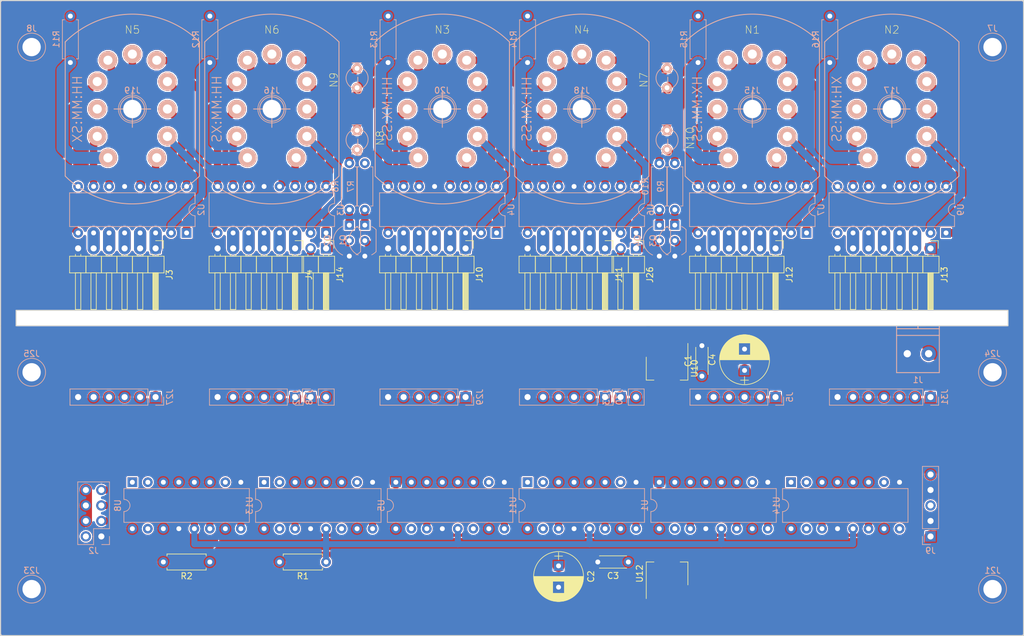
<source format=kicad_pcb>
(kicad_pcb (version 4) (host pcbnew 4.0.7)
  (title_block (title NixiESP12) (date 2017-05-30) (rev 1.0) (company "Lauri Võsandi"))
  (layers (0 F.Cu signal) (31 B.Cu signal) (34 B.Paste user) (35 F.Paste user) (36 B.SilkS user) (37 F.SilkS user) (38 B.Mask user) (39 F.Mask user) (44 Edge.Cuts user))
  (net 0 "")
  (net 1 GND)
  (net 2 VCC)
  (net 3 "Net-(N1-Pad0)")
  (net 4 "Net-(N1-Pad1)")
  (net 5 "Net-(N1-Pad3)")
  (net 6 "Net-(N1-Pad4)")
  (net 7 "Net-(N1-Pad5)")
  (net 8 "Net-(N1-Pad6)")
  (net 9 "Net-(N1-Pad7)")
  (net 10 "Net-(N2-Pad0)")
  (net 11 "Net-(N2-Pad1)")
  (net 12 "Net-(N2-Pad3)")
  (net 13 "Net-(N3-Pad0)")
  (net 14 "Net-(N3-Pad1)")
  (net 15 "Net-(N3-Pad3)")
  (net 16 "Net-(N3-Pad4)")
  (net 17 "Net-(N3-Pad5)")
  (net 18 "Net-(N3-Pad6)")
  (net 19 "Net-(N3-Pad7)")
  (net 20 "Net-(N4-Pad0)")
  (net 21 "Net-(N4-Pad1)")
  (net 22 "Net-(N4-Pad3)")
  (net 23 "Net-(N4-Pad4)")
  (net 24 "Net-(N4-Pad5)")
  (net 25 "Net-(N4-Pad6)")
  (net 26 "Net-(N4-Pad7)")
  (net 27 "Net-(N5-Pad0)")
  (net 28 "Net-(N5-Pad1)")
  (net 29 "Net-(N5-Pad3)")
  (net 30 "Net-(N5-Pad4)")
  (net 31 "Net-(N5-Pad5)")
  (net 32 "Net-(N5-Pad6)")
  (net 33 "Net-(N5-Pad7)")
  (net 34 "Net-(N6-Pad0)")
  (net 35 "Net-(N6-Pad1)")
  (net 36 "Net-(N6-Pad4)")
  (net 37 "Net-(N6-Pad5)")
  (net 38 "Net-(N6-Pad6)")
  (net 39 "Net-(N6-Pad7)")
  (net 40 "Net-(N1-Pad2)")
  (net 41 "Net-(N2-Pad2)")
  (net 42 "Net-(N3-Pad2)")
  (net 43 "Net-(N4-Pad2)")
  (net 44 "Net-(N5-Pad2)")
  (net 45 "Net-(U1-Pad14)")
  (net 46 "Net-(Q1-Pad1)")
  (net 47 "Net-(Q2-Pad1)")
  (net 48 "Net-(Q3-Pad1)")
  (net 49 "Net-(Q4-Pad1)")
  (net 50 "Net-(N1-Pad8)")
  (net 51 "Net-(N1-Pad9)")
  (net 52 "Net-(N1-PadA)")
  (net 53 "Net-(N2-PadA)")
  (net 54 "Net-(N3-Pad8)")
  (net 55 "Net-(N3-Pad9)")
  (net 56 "Net-(N3-PadA)")
  (net 57 "Net-(N4-PadA)")
  (net 58 "Net-(N5-Pad8)")
  (net 59 "Net-(N5-Pad9)")
  (net 60 "Net-(N5-PadA)")
  (net 61 "Net-(N6-PadA)")
  (net 62 "Net-(N7-PadK)")
  (net 63 "Net-(N8-PadK)")
  (net 64 "Net-(N9-PadK)")
  (net 65 "Net-(N10-PadK)")
  (net 66 "Net-(N6-Pad2)")
  (net 67 "Net-(N6-Pad3)")
  (net 68 /data)
  (net 69 /latch)
  (net 70 /clock)
  (net 71 "Net-(N2-Pad4)")
  (net 72 "Net-(N2-Pad5)")
  (net 73 "Net-(N2-Pad6)")
  (net 74 "Net-(N2-Pad7)")
  (net 75 "Net-(N2-Pad8)")
  (net 76 "Net-(N2-Pad9)")
  (net 77 "Net-(N4-Pad8)")
  (net 78 "Net-(N4-Pad9)")
  (net 79 "Net-(N6-Pad8)")
  (net 80 "Net-(N6-Pad9)")
  (net 81 "Net-(J11-Pad2)")
  (net 82 "Net-(J11-Pad5)")
  (net 83 "Net-(J12-Pad2)")
  (net 84 "Net-(J12-Pad5)")
  (net 85 "Net-(J13-Pad3)")
  (net 86 "Net-(J13-Pad6)")
  (net 87 "Net-(U11-Pad14)")
  (net 88 "Net-(U13-Pad9)")
  (net 89 "Net-(U13-Pad14)")
  (net 90 "Net-(J3-Pad2)")
  (net 91 "Net-(J3-Pad5)")
  (net 92 "Net-(J10-Pad2)")
  (net 93 "Net-(J10-Pad5)")
  (net 94 "Net-(J4-Pad2)")
  (net 95 "Net-(J4-Pad5)")
  (net 96 "Net-(J1-Pad2)")
  (net 97 "Net-(J13-Pad1)")
  (net 98 "Net-(U1-Pad9)")
  (net 99 "Net-(J3-Pad1)")
  (net 100 "Net-(J3-Pad4)")
  (net 101 "Net-(J4-Pad1)")
  (net 102 "Net-(J4-Pad4)")
  (net 103 "Net-(J10-Pad1)")
  (net 104 "Net-(J10-Pad4)")
  (net 105 "Net-(J11-Pad1)")
  (net 106 "Net-(J11-Pad4)")
  (net 107 "Net-(J12-Pad1)")
  (net 108 "Net-(J12-Pad4)")
  (net 109 "Net-(J13-Pad2)")
  (net 110 "Net-(J13-Pad5)")
  (net 111 "Net-(J14-Pad2)")
  (net 112 "Net-(J14-Pad1)")
  (net 113 "Net-(J26-Pad2)")
  (net 114 "Net-(J26-Pad1)")
  (net 115 "Net-(J5-Pad1)")
  (net 116 "Net-(J5-Pad2)")
  (net 117 "Net-(J5-Pad4)")
  (net 118 "Net-(J5-Pad5)")
  (net 119 "Net-(J27-Pad1)")
  (net 120 "Net-(J27-Pad2)")
  (net 121 "Net-(J27-Pad4)")
  (net 122 "Net-(J27-Pad5)")
  (net 123 "Net-(J28-Pad1)")
  (net 124 "Net-(J28-Pad2)")
  (net 125 "Net-(J28-Pad4)")
  (net 126 "Net-(J28-Pad5)")
  (net 127 "Net-(J29-Pad1)")
  (net 128 "Net-(J29-Pad2)")
  (net 129 "Net-(J29-Pad4)")
  (net 130 "Net-(J29-Pad5)")
  (net 131 "Net-(J30-Pad1)")
  (net 132 "Net-(J30-Pad2)")
  (net 133 "Net-(J30-Pad4)")
  (net 134 "Net-(J30-Pad5)")
  (net 135 "Net-(J31-Pad1)")
  (net 136 "Net-(J31-Pad6)")
  (net 137 "Net-(J31-Pad5)")
  (net 138 "Net-(J31-Pad3)")
  (net 139 "Net-(J31-Pad2)")
  (net 140 "Net-(J32-Pad1)")
  (net 141 "Net-(J32-Pad2)")
  (net 142 "Net-(J33-Pad1)")
  (net 143 "Net-(J33-Pad2)")
  (module Resistors_THT:R_Axial_DIN0207_L6.3mm_D2.5mm_P7.62mm_Horizontal (layer F.Cu) (at 59.69 117.475 180)
    (fp_text reference R2 (at 3.81 -2.31 180) (layer F.SilkS))
    (fp_text value 2.2k)
    (pad 1 thru_hole circle (at 0 0 180) (size 1.6 1.6) (drill 0.8) (layers *.Cu *.Mask) (net 2 VCC))
    (pad 2 thru_hole oval (at 7.62 0 180) (size 1.6 1.6) (drill 0.8) (layers *.Cu *.Mask) (net 68 /data))
  )
  (module Housings_DIP:DIP-16_W7.62mm (layer B.Cu) (at 46.99 104.394 270)
    (fp_text reference U8 (at 3.81 2.39 270) (layer B.SilkS) (effects (justify mirror)))
    (fp_text value 74HC595)
    (pad 1 thru_hole rect (at 0 0 270) (size 1.6 1.6) (drill 0.8) (layers *.Cu *.Mask))
    (pad 9 thru_hole oval (at 7.62 -17.78 270) (size 1.6 1.6) (drill 0.8) (layers *.Cu *.Mask) (net 89 "Net-(U13-Pad14)"))
    (pad 2 thru_hole oval (at 0 -2.54 270) (size 1.6 1.6) (drill 0.8) (layers *.Cu *.Mask))
    (pad 10 thru_hole oval (at 7.62 -15.24 270) (size 1.6 1.6) (drill 0.8) (layers *.Cu *.Mask) (net 2 VCC))
    (pad 3 thru_hole oval (at 0 -5.08 270) (size 1.6 1.6) (drill 0.8) (layers *.Cu *.Mask) (net 122 "Net-(J27-Pad5)"))
    (pad 11 thru_hole oval (at 7.62 -12.7 270) (size 1.6 1.6) (drill 0.8) (layers *.Cu *.Mask) (net 70 /clock))
    (pad 4 thru_hole oval (at 0 -7.62 270) (size 1.6 1.6) (drill 0.8) (layers *.Cu *.Mask) (net 121 "Net-(J27-Pad4)"))
    (pad 12 thru_hole oval (at 7.62 -10.16 270) (size 1.6 1.6) (drill 0.8) (layers *.Cu *.Mask) (net 69 /latch))
    (pad 5 thru_hole oval (at 0 -10.16 270) (size 1.6 1.6) (drill 0.8) (layers *.Cu *.Mask) (net 120 "Net-(J27-Pad2)"))
    (pad 13 thru_hole oval (at 7.62 -7.62 270) (size 1.6 1.6) (drill 0.8) (layers *.Cu *.Mask) (net 1 GND))
    (pad 6 thru_hole oval (at 0 -12.7 270) (size 1.6 1.6) (drill 0.8) (layers *.Cu *.Mask) (net 119 "Net-(J27-Pad1)"))
    (pad 14 thru_hole oval (at 7.62 -5.08 270) (size 1.6 1.6) (drill 0.8) (layers *.Cu *.Mask) (net 68 /data))
    (pad 7 thru_hole oval (at 0 -15.24 270) (size 1.6 1.6) (drill 0.8) (layers *.Cu *.Mask))
    (pad 15 thru_hole oval (at 7.62 -2.54 270) (size 1.6 1.6) (drill 0.8) (layers *.Cu *.Mask))
    (pad 8 thru_hole oval (at 0 -17.78 270) (size 1.6 1.6) (drill 0.8) (layers *.Cu *.Mask) (net 1 GND))
    (pad 16 thru_hole oval (at 7.62 0 270) (size 1.6 1.6) (drill 0.8) (layers *.Cu *.Mask) (net 2 VCC))
  )
  (module Socket_Strips:Socket_Strip_Straight_1x02_Pitch2.54mm (layer B.Cu) (at 76.2 90.424 270)
    (fp_text reference J32 (at 0 2.33 270) (layer B.SilkS) (effects (justify mirror)))
    (fp_text value CONN_01X02)
    (pad 1 thru_hole rect (at 0 0 270) (size 1.7 1.7) (drill 1) (layers *.Cu *.Mask) (net 140 "Net-(J32-Pad1)"))
    (pad 2 thru_hole oval (at 0 -2.54 270) (size 1.7 1.7) (drill 1) (layers *.Cu *.Mask) (net 141 "Net-(J32-Pad2)"))
  )
  (module Pin_Headers:Pin_Header_Angled_1x06_Pitch2.54mm (layer F.Cu) (at 73.66 66.04 270)
    (fp_text reference J4 (at 4.315 -2.27 270) (layer F.SilkS))
    (fp_text value CONN_01X06)
    (pad 1 thru_hole rect (at 0 0 270) (size 1.7 1.7) (drill 1) (layers *.Cu *.Mask) (net 101 "Net-(J4-Pad1)"))
    (pad 2 thru_hole oval (at 0 2.54 270) (size 1.7 1.7) (drill 1) (layers *.Cu *.Mask) (net 94 "Net-(J4-Pad2)"))
    (pad 3 thru_hole oval (at 0 5.08 270) (size 1.7 1.7) (drill 1) (layers *.Cu *.Mask) (net 2 VCC))
    (pad 4 thru_hole oval (at 0 7.62 270) (size 1.7 1.7) (drill 1) (layers *.Cu *.Mask) (net 102 "Net-(J4-Pad4)"))
    (pad 5 thru_hole oval (at 0 10.16 270) (size 1.7 1.7) (drill 1) (layers *.Cu *.Mask) (net 95 "Net-(J4-Pad5)"))
    (pad 6 thru_hole oval (at 0 12.7 270) (size 1.7 1.7) (drill 1) (layers *.Cu *.Mask) (net 1 GND))
  )
  (module Pin_Headers:Pin_Header_Angled_1x06_Pitch2.54mm (layer F.Cu) (at 124.46 66.04 270)
    (fp_text reference J11 (at 4.315 -2.27 270) (layer F.SilkS))
    (fp_text value CONN_01X06)
    (pad 1 thru_hole rect (at 0 0 270) (size 1.7 1.7) (drill 1) (layers *.Cu *.Mask) (net 105 "Net-(J11-Pad1)"))
    (pad 2 thru_hole oval (at 0 2.54 270) (size 1.7 1.7) (drill 1) (layers *.Cu *.Mask) (net 81 "Net-(J11-Pad2)"))
    (pad 3 thru_hole oval (at 0 5.08 270) (size 1.7 1.7) (drill 1) (layers *.Cu *.Mask) (net 2 VCC))
    (pad 4 thru_hole oval (at 0 7.62 270) (size 1.7 1.7) (drill 1) (layers *.Cu *.Mask) (net 106 "Net-(J11-Pad4)"))
    (pad 5 thru_hole oval (at 0 10.16 270) (size 1.7 1.7) (drill 1) (layers *.Cu *.Mask) (net 82 "Net-(J11-Pad5)"))
    (pad 6 thru_hole oval (at 0 12.7 270) (size 1.7 1.7) (drill 1) (layers *.Cu *.Mask) (net 1 GND))
  )
  (module nixiesp:russian-nixies-IN-12 (layer B.Cu) (at 46.99 43.18 180)
    (fp_text reference N5 (at 0 13 360) (layer F.SilkS) (effects (font (size 1.27 1.27) (thickness 0.0889))))
    (fp_text value HH:MM:SX (at 9 0 450) (layer B.SilkS) (effects (justify mirror)))
    (pad 0 thru_hole circle (at 5.75 -4.5 180) (size 3 3) (drill 1.5) (layers *.Cu B.Paste B.SilkS B.Mask) (net 27 "Net-(N5-Pad0)"))
    (pad 1 thru_hole circle (at -4 -8 180) (size 3 3) (drill 1.5) (layers *.Cu B.Paste B.SilkS B.Mask) (net 28 "Net-(N5-Pad1)"))
    (pad 2 thru_hole circle (at -5.75 -4.5 180) (size 3 3) (drill 1.5) (layers *.Cu B.Paste B.SilkS B.Mask) (net 44 "Net-(N5-Pad2)"))
    (pad 3 thru_hole circle (at -5.75 0 180) (size 3 3) (drill 1.5) (layers *.Cu B.Paste B.SilkS B.Mask) (net 29 "Net-(N5-Pad3)"))
    (pad 4 thru_hole circle (at -5.75 4.5 180) (size 3 3) (drill 1.5) (layers *.Cu B.Paste B.SilkS B.Mask) (net 30 "Net-(N5-Pad4)"))
    (pad 5 thru_hole circle (at -4 8 180) (size 3 3) (drill 1.5) (layers *.Cu B.Paste B.SilkS B.Mask) (net 31 "Net-(N5-Pad5)"))
    (pad 6 thru_hole circle (at 0 9 180) (size 3 3) (drill 1.5) (layers *.Cu B.Paste B.SilkS B.Mask) (net 32 "Net-(N5-Pad6)"))
    (pad 7 thru_hole circle (at 4 8 180) (size 3 3) (drill 1.5) (layers *.Cu B.Paste B.SilkS B.Mask) (net 33 "Net-(N5-Pad7)"))
    (pad 8 thru_hole circle (at 5.75 4.5 180) (size 3 3) (drill 1.5) (layers *.Cu B.Paste B.SilkS B.Mask) (net 58 "Net-(N5-Pad8)"))
    (pad 9 thru_hole circle (at 5.75 0 180) (size 3 3) (drill 1.5) (layers *.Cu B.Paste B.SilkS B.Mask) (net 59 "Net-(N5-Pad9)"))
    (pad A thru_hole circle (at 4 -8 180) (size 3 3) (drill 1.5) (layers *.Cu B.Paste B.SilkS B.Mask) (net 60 "Net-(N5-PadA)"))
  )
  (module Housings_DIP:DIP-16_W7.62mm (layer B.Cu) (at 157.48 63.5 90)
    (fp_text reference U7 (at 3.81 2.39 90) (layer B.SilkS) (effects (justify mirror)))
    (fp_text value K155ID1)
    (pad 1 thru_hole rect (at 0 0 90) (size 1.6 1.6) (drill 0.8) (layers *.Cu *.Mask) (net 7 "Net-(N1-Pad5)"))
    (pad 9 thru_hole oval (at 7.62 -17.78 90) (size 1.6 1.6) (drill 0.8) (layers *.Cu *.Mask) (net 51 "Net-(N1-Pad9)"))
    (pad 2 thru_hole oval (at 0 -2.54 90) (size 1.6 1.6) (drill 0.8) (layers *.Cu *.Mask) (net 40 "Net-(N1-Pad2)"))
    (pad 10 thru_hole oval (at 7.62 -15.24 90) (size 1.6 1.6) (drill 0.8) (layers *.Cu *.Mask) (net 3 "Net-(N1-Pad0)"))
    (pad 3 thru_hole oval (at 0 -5.08 90) (size 1.6 1.6) (drill 0.8) (layers *.Cu *.Mask) (net 107 "Net-(J12-Pad1)"))
    (pad 11 thru_hole oval (at 7.62 -12.7 90) (size 1.6 1.6) (drill 0.8) (layers *.Cu *.Mask) (net 9 "Net-(N1-Pad7)"))
    (pad 4 thru_hole oval (at 0 -7.62 90) (size 1.6 1.6) (drill 0.8) (layers *.Cu *.Mask) (net 83 "Net-(J12-Pad2)"))
    (pad 12 thru_hole oval (at 7.62 -10.16 90) (size 1.6 1.6) (drill 0.8) (layers *.Cu *.Mask) (net 1 GND))
    (pad 5 thru_hole oval (at 0 -10.16 90) (size 1.6 1.6) (drill 0.8) (layers *.Cu *.Mask) (net 2 VCC))
    (pad 13 thru_hole oval (at 7.62 -7.62 90) (size 1.6 1.6) (drill 0.8) (layers *.Cu *.Mask) (net 8 "Net-(N1-Pad6)"))
    (pad 6 thru_hole oval (at 0 -12.7 90) (size 1.6 1.6) (drill 0.8) (layers *.Cu *.Mask) (net 108 "Net-(J12-Pad4)"))
    (pad 14 thru_hole oval (at 7.62 -5.08 90) (size 1.6 1.6) (drill 0.8) (layers *.Cu *.Mask) (net 4 "Net-(N1-Pad1)"))
    (pad 7 thru_hole oval (at 0 -15.24 90) (size 1.6 1.6) (drill 0.8) (layers *.Cu *.Mask) (net 84 "Net-(J12-Pad5)"))
    (pad 15 thru_hole oval (at 7.62 -2.54 90) (size 1.6 1.6) (drill 0.8) (layers *.Cu *.Mask) (net 5 "Net-(N1-Pad3)"))
    (pad 8 thru_hole oval (at 0 -17.78 90) (size 1.6 1.6) (drill 0.8) (layers *.Cu *.Mask) (net 50 "Net-(N1-Pad8)"))
    (pad 16 thru_hole oval (at 7.62 0 90) (size 1.6 1.6) (drill 0.8) (layers *.Cu *.Mask) (net 6 "Net-(N1-Pad4)"))
  )
  (module Pin_Headers:Pin_Header_Angled_1x07_Pitch2.54mm (layer F.Cu) (at 177.8 66.04 270)
    (fp_text reference J13 (at 4.315 -2.27 270) (layer F.SilkS))
    (fp_text value CONN_01X07)
    (pad 1 thru_hole rect (at 0 0 270) (size 1.7 1.7) (drill 1) (layers *.Cu *.Mask) (net 97 "Net-(J13-Pad1)"))
    (pad 2 thru_hole oval (at 0 2.54 270) (size 1.7 1.7) (drill 1) (layers *.Cu *.Mask) (net 109 "Net-(J13-Pad2)"))
    (pad 3 thru_hole oval (at 0 5.08 270) (size 1.7 1.7) (drill 1) (layers *.Cu *.Mask) (net 85 "Net-(J13-Pad3)"))
    (pad 4 thru_hole oval (at 0 7.62 270) (size 1.7 1.7) (drill 1) (layers *.Cu *.Mask) (net 2 VCC))
    (pad 5 thru_hole oval (at 0 10.16 270) (size 1.7 1.7) (drill 1) (layers *.Cu *.Mask) (net 110 "Net-(J13-Pad5)"))
    (pad 6 thru_hole oval (at 0 12.7 270) (size 1.7 1.7) (drill 1) (layers *.Cu *.Mask) (net 86 "Net-(J13-Pad6)"))
    (pad 7 thru_hole oval (at 0 15.24 270) (size 1.7 1.7) (drill 1) (layers *.Cu *.Mask) (net 1 GND))
  )
  (module Pin_Headers:Pin_Header_Angled_1x06_Pitch2.54mm (layer F.Cu) (at 50.8 66.04 270)
    (fp_text reference J3 (at 4.315 -2.27 270) (layer F.SilkS))
    (fp_text value CONN_01X06)
    (pad 1 thru_hole rect (at 0 0 270) (size 1.7 1.7) (drill 1) (layers *.Cu *.Mask) (net 99 "Net-(J3-Pad1)"))
    (pad 2 thru_hole oval (at 0 2.54 270) (size 1.7 1.7) (drill 1) (layers *.Cu *.Mask) (net 90 "Net-(J3-Pad2)"))
    (pad 3 thru_hole oval (at 0 5.08 270) (size 1.7 1.7) (drill 1) (layers *.Cu *.Mask) (net 2 VCC))
    (pad 4 thru_hole oval (at 0 7.62 270) (size 1.7 1.7) (drill 1) (layers *.Cu *.Mask) (net 100 "Net-(J3-Pad4)"))
    (pad 5 thru_hole oval (at 0 10.16 270) (size 1.7 1.7) (drill 1) (layers *.Cu *.Mask) (net 91 "Net-(J3-Pad5)"))
    (pad 6 thru_hole oval (at 0 12.7 270) (size 1.7 1.7) (drill 1) (layers *.Cu *.Mask) (net 1 GND))
  )
  (module Pin_Headers:Pin_Header_Angled_1x02_Pitch2.54mm (layer F.Cu) (at 78.74 66.04 270)
    (fp_text reference J14 (at 4.315 -2.27 270) (layer F.SilkS))
    (fp_text value CONN_01X02)
    (pad 1 thru_hole rect (at 0 0 270) (size 1.7 1.7) (drill 1) (layers *.Cu *.Mask) (net 112 "Net-(J14-Pad1)"))
    (pad 2 thru_hole oval (at 0 2.54 270) (size 1.7 1.7) (drill 1) (layers *.Cu *.Mask) (net 111 "Net-(J14-Pad2)"))
  )
  (module TO_SOT_Packages_SMD:SOT-223 (layer F.Cu) (at 134.62 85.725 270)
    (fp_text reference U10 (at 0 -4.5 270) (layer F.SilkS))
    (fp_text value LM1117-5.0)
    (pad 4 smd rect (at 3.15 0 270) (size 2 3.8) (layers F.Cu F.Paste F.Mask) (net 2 VCC))
    (pad 2 smd rect (at -3.15 0 270) (size 2 1.5) (layers F.Cu F.Paste F.Mask) (net 2 VCC))
    (pad 3 smd rect (at -3.15 2.3 270) (size 2 1.5) (layers F.Cu F.Paste F.Mask) (net 96 "Net-(J1-Pad2)"))
    (pad 1 smd rect (at -3.15 -2.3 270) (size 2 1.5) (layers F.Cu F.Paste F.Mask) (net 1 GND))
  )
  (module Housings_DIP:DIP-16_W7.62mm (layer B.Cu) (at 68.58 104.394 270)
    (fp_text reference U13 (at 3.81 2.39 270) (layer B.SilkS) (effects (justify mirror)))
    (fp_text value 74HC595)
    (pad 1 thru_hole rect (at 0 0 270) (size 1.6 1.6) (drill 0.8) (layers *.Cu *.Mask))
    (pad 9 thru_hole oval (at 7.62 -17.78 270) (size 1.6 1.6) (drill 0.8) (layers *.Cu *.Mask) (net 88 "Net-(U13-Pad9)"))
    (pad 2 thru_hole oval (at 0 -2.54 270) (size 1.6 1.6) (drill 0.8) (layers *.Cu *.Mask))
    (pad 10 thru_hole oval (at 7.62 -15.24 270) (size 1.6 1.6) (drill 0.8) (layers *.Cu *.Mask) (net 2 VCC))
    (pad 3 thru_hole oval (at 0 -5.08 270) (size 1.6 1.6) (drill 0.8) (layers *.Cu *.Mask) (net 126 "Net-(J28-Pad5)"))
    (pad 11 thru_hole oval (at 7.62 -12.7 270) (size 1.6 1.6) (drill 0.8) (layers *.Cu *.Mask) (net 70 /clock))
    (pad 4 thru_hole oval (at 0 -7.62 270) (size 1.6 1.6) (drill 0.8) (layers *.Cu *.Mask) (net 125 "Net-(J28-Pad4)"))
    (pad 12 thru_hole oval (at 7.62 -10.16 270) (size 1.6 1.6) (drill 0.8) (layers *.Cu *.Mask) (net 69 /latch))
    (pad 5 thru_hole oval (at 0 -10.16 270) (size 1.6 1.6) (drill 0.8) (layers *.Cu *.Mask) (net 124 "Net-(J28-Pad2)"))
    (pad 13 thru_hole oval (at 7.62 -7.62 270) (size 1.6 1.6) (drill 0.8) (layers *.Cu *.Mask) (net 1 GND))
    (pad 6 thru_hole oval (at 0 -12.7 270) (size 1.6 1.6) (drill 0.8) (layers *.Cu *.Mask) (net 123 "Net-(J28-Pad1)"))
    (pad 14 thru_hole oval (at 7.62 -5.08 270) (size 1.6 1.6) (drill 0.8) (layers *.Cu *.Mask) (net 89 "Net-(U13-Pad14)"))
    (pad 7 thru_hole oval (at 0 -15.24 270) (size 1.6 1.6) (drill 0.8) (layers *.Cu *.Mask))
    (pad 15 thru_hole oval (at 7.62 -2.54 270) (size 1.6 1.6) (drill 0.8) (layers *.Cu *.Mask))
    (pad 8 thru_hole oval (at 0 -17.78 270) (size 1.6 1.6) (drill 0.8) (layers *.Cu *.Mask) (net 1 GND))
    (pad 16 thru_hole oval (at 7.62 0 270) (size 1.6 1.6) (drill 0.8) (layers *.Cu *.Mask) (net 2 VCC))
  )
  (module nixiesp:russian-nixies-IN-12 (layer B.Cu) (at 148.59 43.18 180)
    (fp_text reference N1 (at 0 13 360) (layer F.SilkS) (effects (font (size 1.27 1.27) (thickness 0.0889))))
    (fp_text value HX:MM:SS (at 9 0 450) (layer B.SilkS) (effects (justify mirror)))
    (pad 0 thru_hole circle (at 5.75 -4.5 180) (size 3 3) (drill 1.5) (layers *.Cu B.Paste B.SilkS B.Mask) (net 3 "Net-(N1-Pad0)"))
    (pad 1 thru_hole circle (at -4 -8 180) (size 3 3) (drill 1.5) (layers *.Cu B.Paste B.SilkS B.Mask) (net 4 "Net-(N1-Pad1)"))
    (pad 2 thru_hole circle (at -5.75 -4.5 180) (size 3 3) (drill 1.5) (layers *.Cu B.Paste B.SilkS B.Mask) (net 40 "Net-(N1-Pad2)"))
    (pad 3 thru_hole circle (at -5.75 0 180) (size 3 3) (drill 1.5) (layers *.Cu B.Paste B.SilkS B.Mask) (net 5 "Net-(N1-Pad3)"))
    (pad 4 thru_hole circle (at -5.75 4.5 180) (size 3 3) (drill 1.5) (layers *.Cu B.Paste B.SilkS B.Mask) (net 6 "Net-(N1-Pad4)"))
    (pad 5 thru_hole circle (at -4 8 180) (size 3 3) (drill 1.5) (layers *.Cu B.Paste B.SilkS B.Mask) (net 7 "Net-(N1-Pad5)"))
    (pad 6 thru_hole circle (at 0 9 180) (size 3 3) (drill 1.5) (layers *.Cu B.Paste B.SilkS B.Mask) (net 8 "Net-(N1-Pad6)"))
    (pad 7 thru_hole circle (at 4 8 180) (size 3 3) (drill 1.5) (layers *.Cu B.Paste B.SilkS B.Mask) (net 9 "Net-(N1-Pad7)"))
    (pad 8 thru_hole circle (at 5.75 4.5 180) (size 3 3) (drill 1.5) (layers *.Cu B.Paste B.SilkS B.Mask) (net 50 "Net-(N1-Pad8)"))
    (pad 9 thru_hole circle (at 5.75 0 180) (size 3 3) (drill 1.5) (layers *.Cu B.Paste B.SilkS B.Mask) (net 51 "Net-(N1-Pad9)"))
    (pad A thru_hole circle (at 4 -8 180) (size 3 3) (drill 1.5) (layers *.Cu B.Paste B.SilkS B.Mask) (net 52 "Net-(N1-PadA)"))
  )
  (module Connectors:1pin (layer B.Cu) (at 171.45 43.18 180)
    (fp_text reference J17 (at 0 3.048 180) (layer B.SilkS) (effects (justify mirror)))
    (fp_text value CONN_01X01)
    (pad 1 thru_hole circle (at 0 0 180) (size 4.064 4.064) (drill 3) (layers *.Cu *.Mask) (net 1 GND))
  )
  (module nixiesp:russian-nixies-IN-6 (layer B.Cu) (at 83.82 38.1 90)
    (fp_text reference N9 (at -0.3175 -3.81 270) (layer F.SilkS) (effects (font (size 1.27 1.27) (thickness 0.0889))))
    (fp_text value IN-6 (at 0 0 90) (layer B.SilkS) (effects (justify mirror)))
    (pad A thru_hole circle (at -1.5875 0 90) (size 1.6 1.6) (drill 0.8) (layers *.Cu B.Paste B.SilkS B.Mask) (net 97 "Net-(J13-Pad1)"))
    (pad K thru_hole circle (at 1.58496 0 90) (size 1.6 1.6) (drill 0.8) (layers *.Cu B.Paste B.SilkS B.Mask) (net 64 "Net-(N9-PadK)"))
  )
  (module nixiesp:russian-nixies-IN-12 (layer B.Cu) (at 97.79 43.18 180)
    (fp_text reference N3 (at 0 13 360) (layer F.SilkS) (effects (font (size 1.27 1.27) (thickness 0.0889))))
    (fp_text value HH:MX:SS (at 9 0 450) (layer B.SilkS) (effects (justify mirror)))
    (pad 0 thru_hole circle (at 5.75 -4.5 180) (size 3 3) (drill 1.5) (layers *.Cu B.Paste B.SilkS B.Mask) (net 13 "Net-(N3-Pad0)"))
    (pad 1 thru_hole circle (at -4 -8 180) (size 3 3) (drill 1.5) (layers *.Cu B.Paste B.SilkS B.Mask) (net 14 "Net-(N3-Pad1)"))
    (pad 2 thru_hole circle (at -5.75 -4.5 180) (size 3 3) (drill 1.5) (layers *.Cu B.Paste B.SilkS B.Mask) (net 42 "Net-(N3-Pad2)"))
    (pad 3 thru_hole circle (at -5.75 0 180) (size 3 3) (drill 1.5) (layers *.Cu B.Paste B.SilkS B.Mask) (net 15 "Net-(N3-Pad3)"))
    (pad 4 thru_hole circle (at -5.75 4.5 180) (size 3 3) (drill 1.5) (layers *.Cu B.Paste B.SilkS B.Mask) (net 16 "Net-(N3-Pad4)"))
    (pad 5 thru_hole circle (at -4 8 180) (size 3 3) (drill 1.5) (layers *.Cu B.Paste B.SilkS B.Mask) (net 17 "Net-(N3-Pad5)"))
    (pad 6 thru_hole circle (at 0 9 180) (size 3 3) (drill 1.5) (layers *.Cu B.Paste B.SilkS B.Mask) (net 18 "Net-(N3-Pad6)"))
    (pad 7 thru_hole circle (at 4 8 180) (size 3 3) (drill 1.5) (layers *.Cu B.Paste B.SilkS B.Mask) (net 19 "Net-(N3-Pad7)"))
    (pad 8 thru_hole circle (at 5.75 4.5 180) (size 3 3) (drill 1.5) (layers *.Cu B.Paste B.SilkS B.Mask) (net 54 "Net-(N3-Pad8)"))
    (pad 9 thru_hole circle (at 5.75 0 180) (size 3 3) (drill 1.5) (layers *.Cu B.Paste B.SilkS B.Mask) (net 55 "Net-(N3-Pad9)"))
    (pad A thru_hole circle (at 4 -8 180) (size 3 3) (drill 1.5) (layers *.Cu B.Paste B.SilkS B.Mask) (net 56 "Net-(N3-PadA)"))
  )
  (module nixiesp:russian-nixies-IN-12 (layer B.Cu) (at 69.85 43.18 180)
    (fp_text reference N6 (at 0 13 360) (layer F.SilkS) (effects (font (size 1.27 1.27) (thickness 0.0889))))
    (fp_text value HH:MM:XS (at 9 0 450) (layer B.SilkS) (effects (justify mirror)))
    (pad 0 thru_hole circle (at 5.75 -4.5 180) (size 3 3) (drill 1.5) (layers *.Cu B.Paste B.SilkS B.Mask) (net 34 "Net-(N6-Pad0)"))
    (pad 1 thru_hole circle (at -4 -8 180) (size 3 3) (drill 1.5) (layers *.Cu B.Paste B.SilkS B.Mask) (net 35 "Net-(N6-Pad1)"))
    (pad 2 thru_hole circle (at -5.75 -4.5 180) (size 3 3) (drill 1.5) (layers *.Cu B.Paste B.SilkS B.Mask) (net 66 "Net-(N6-Pad2)"))
    (pad 3 thru_hole circle (at -5.75 0 180) (size 3 3) (drill 1.5) (layers *.Cu B.Paste B.SilkS B.Mask) (net 67 "Net-(N6-Pad3)"))
    (pad 4 thru_hole circle (at -5.75 4.5 180) (size 3 3) (drill 1.5) (layers *.Cu B.Paste B.SilkS B.Mask) (net 36 "Net-(N6-Pad4)"))
    (pad 5 thru_hole circle (at -4 8 180) (size 3 3) (drill 1.5) (layers *.Cu B.Paste B.SilkS B.Mask) (net 37 "Net-(N6-Pad5)"))
    (pad 6 thru_hole circle (at 0 9 180) (size 3 3) (drill 1.5) (layers *.Cu B.Paste B.SilkS B.Mask) (net 38 "Net-(N6-Pad6)"))
    (pad 7 thru_hole circle (at 4 8 180) (size 3 3) (drill 1.5) (layers *.Cu B.Paste B.SilkS B.Mask) (net 39 "Net-(N6-Pad7)"))
    (pad 8 thru_hole circle (at 5.75 4.5 180) (size 3 3) (drill 1.5) (layers *.Cu B.Paste B.SilkS B.Mask) (net 79 "Net-(N6-Pad8)"))
    (pad 9 thru_hole circle (at 5.75 0 180) (size 3 3) (drill 1.5) (layers *.Cu B.Paste B.SilkS B.Mask) (net 80 "Net-(N6-Pad9)"))
    (pad A thru_hole circle (at 4 -8 180) (size 3 3) (drill 1.5) (layers *.Cu B.Paste B.SilkS B.Mask) (net 61 "Net-(N6-PadA)"))
  )
  (module Housings_DIP:DIP-16_W7.62mm (layer B.Cu) (at 129.54 63.5 90)
    (fp_text reference U6 (at 3.81 2.39 90) (layer B.SilkS) (effects (justify mirror)))
    (fp_text value K155ID1)
    (pad 1 thru_hole rect (at 0 0 90) (size 1.6 1.6) (drill 0.8) (layers *.Cu *.Mask) (net 24 "Net-(N4-Pad5)"))
    (pad 9 thru_hole oval (at 7.62 -17.78 90) (size 1.6 1.6) (drill 0.8) (layers *.Cu *.Mask) (net 78 "Net-(N4-Pad9)"))
    (pad 2 thru_hole oval (at 0 -2.54 90) (size 1.6 1.6) (drill 0.8) (layers *.Cu *.Mask) (net 43 "Net-(N4-Pad2)"))
    (pad 10 thru_hole oval (at 7.62 -15.24 90) (size 1.6 1.6) (drill 0.8) (layers *.Cu *.Mask) (net 20 "Net-(N4-Pad0)"))
    (pad 3 thru_hole oval (at 0 -5.08 90) (size 1.6 1.6) (drill 0.8) (layers *.Cu *.Mask) (net 105 "Net-(J11-Pad1)"))
    (pad 11 thru_hole oval (at 7.62 -12.7 90) (size 1.6 1.6) (drill 0.8) (layers *.Cu *.Mask) (net 26 "Net-(N4-Pad7)"))
    (pad 4 thru_hole oval (at 0 -7.62 90) (size 1.6 1.6) (drill 0.8) (layers *.Cu *.Mask) (net 81 "Net-(J11-Pad2)"))
    (pad 12 thru_hole oval (at 7.62 -10.16 90) (size 1.6 1.6) (drill 0.8) (layers *.Cu *.Mask) (net 1 GND))
    (pad 5 thru_hole oval (at 0 -10.16 90) (size 1.6 1.6) (drill 0.8) (layers *.Cu *.Mask) (net 2 VCC))
    (pad 13 thru_hole oval (at 7.62 -7.62 90) (size 1.6 1.6) (drill 0.8) (layers *.Cu *.Mask) (net 25 "Net-(N4-Pad6)"))
    (pad 6 thru_hole oval (at 0 -12.7 90) (size 1.6 1.6) (drill 0.8) (layers *.Cu *.Mask) (net 106 "Net-(J11-Pad4)"))
    (pad 14 thru_hole oval (at 7.62 -5.08 90) (size 1.6 1.6) (drill 0.8) (layers *.Cu *.Mask) (net 21 "Net-(N4-Pad1)"))
    (pad 7 thru_hole oval (at 0 -15.24 90) (size 1.6 1.6) (drill 0.8) (layers *.Cu *.Mask) (net 82 "Net-(J11-Pad5)"))
    (pad 15 thru_hole oval (at 7.62 -2.54 90) (size 1.6 1.6) (drill 0.8) (layers *.Cu *.Mask) (net 22 "Net-(N4-Pad3)"))
    (pad 8 thru_hole oval (at 0 -17.78 90) (size 1.6 1.6) (drill 0.8) (layers *.Cu *.Mask) (net 77 "Net-(N4-Pad8)"))
    (pad 16 thru_hole oval (at 7.62 0 90) (size 1.6 1.6) (drill 0.8) (layers *.Cu *.Mask) (net 23 "Net-(N4-Pad4)"))
  )
  (module nixiesp:russian-nixies-IN-12 (layer B.Cu) (at 171.45 43.18 180)
    (fp_text reference N2 (at 0 13 360) (layer F.SilkS) (effects (font (size 1.27 1.27) (thickness 0.0889))))
    (fp_text value XH:MM:SS (at 9 0 450) (layer B.SilkS) (effects (justify mirror)))
    (pad 0 thru_hole circle (at 5.75 -4.5 180) (size 3 3) (drill 1.5) (layers *.Cu B.Paste B.SilkS B.Mask) (net 10 "Net-(N2-Pad0)"))
    (pad 1 thru_hole circle (at -4 -8 180) (size 3 3) (drill 1.5) (layers *.Cu B.Paste B.SilkS B.Mask) (net 11 "Net-(N2-Pad1)"))
    (pad 2 thru_hole circle (at -5.75 -4.5 180) (size 3 3) (drill 1.5) (layers *.Cu B.Paste B.SilkS B.Mask) (net 41 "Net-(N2-Pad2)"))
    (pad 3 thru_hole circle (at -5.75 0 180) (size 3 3) (drill 1.5) (layers *.Cu B.Paste B.SilkS B.Mask) (net 12 "Net-(N2-Pad3)"))
    (pad 4 thru_hole circle (at -5.75 4.5 180) (size 3 3) (drill 1.5) (layers *.Cu B.Paste B.SilkS B.Mask) (net 71 "Net-(N2-Pad4)"))
    (pad 5 thru_hole circle (at -4 8 180) (size 3 3) (drill 1.5) (layers *.Cu B.Paste B.SilkS B.Mask) (net 72 "Net-(N2-Pad5)"))
    (pad 6 thru_hole circle (at 0 9 180) (size 3 3) (drill 1.5) (layers *.Cu B.Paste B.SilkS B.Mask) (net 73 "Net-(N2-Pad6)"))
    (pad 7 thru_hole circle (at 4 8 180) (size 3 3) (drill 1.5) (layers *.Cu B.Paste B.SilkS B.Mask) (net 74 "Net-(N2-Pad7)"))
    (pad 8 thru_hole circle (at 5.75 4.5 180) (size 3 3) (drill 1.5) (layers *.Cu B.Paste B.SilkS B.Mask) (net 75 "Net-(N2-Pad8)"))
    (pad 9 thru_hole circle (at 5.75 0 180) (size 3 3) (drill 1.5) (layers *.Cu B.Paste B.SilkS B.Mask) (net 76 "Net-(N2-Pad9)"))
    (pad A thru_hole circle (at 4 -8 180) (size 3 3) (drill 1.5) (layers *.Cu B.Paste B.SilkS B.Mask) (net 53 "Net-(N2-PadA)"))
  )
  (module nixiesp:russian-nixies-IN-12 (layer B.Cu) (at 120.65 43.18 180)
    (fp_text reference N4 (at 0 13 360) (layer F.SilkS) (effects (font (size 1.27 1.27) (thickness 0.0889))))
    (fp_text value HH:XM:SS (at 9 0 450) (layer B.SilkS) (effects (justify mirror)))
    (pad 0 thru_hole circle (at 5.75 -4.5 180) (size 3 3) (drill 1.5) (layers *.Cu B.Paste B.SilkS B.Mask) (net 20 "Net-(N4-Pad0)"))
    (pad 1 thru_hole circle (at -4 -8 180) (size 3 3) (drill 1.5) (layers *.Cu B.Paste B.SilkS B.Mask) (net 21 "Net-(N4-Pad1)"))
    (pad 2 thru_hole circle (at -5.75 -4.5 180) (size 3 3) (drill 1.5) (layers *.Cu B.Paste B.SilkS B.Mask) (net 43 "Net-(N4-Pad2)"))
    (pad 3 thru_hole circle (at -5.75 0 180) (size 3 3) (drill 1.5) (layers *.Cu B.Paste B.SilkS B.Mask) (net 22 "Net-(N4-Pad3)"))
    (pad 4 thru_hole circle (at -5.75 4.5 180) (size 3 3) (drill 1.5) (layers *.Cu B.Paste B.SilkS B.Mask) (net 23 "Net-(N4-Pad4)"))
    (pad 5 thru_hole circle (at -4 8 180) (size 3 3) (drill 1.5) (layers *.Cu B.Paste B.SilkS B.Mask) (net 24 "Net-(N4-Pad5)"))
    (pad 6 thru_hole circle (at 0 9 180) (size 3 3) (drill 1.5) (layers *.Cu B.Paste B.SilkS B.Mask) (net 25 "Net-(N4-Pad6)"))
    (pad 7 thru_hole circle (at 4 8 180) (size 3 3) (drill 1.5) (layers *.Cu B.Paste B.SilkS B.Mask) (net 26 "Net-(N4-Pad7)"))
    (pad 8 thru_hole circle (at 5.75 4.5 180) (size 3 3) (drill 1.5) (layers *.Cu B.Paste B.SilkS B.Mask) (net 77 "Net-(N4-Pad8)"))
    (pad 9 thru_hole circle (at 5.75 0 180) (size 3 3) (drill 1.5) (layers *.Cu B.Paste B.SilkS B.Mask) (net 78 "Net-(N4-Pad9)"))
    (pad A thru_hole circle (at 4 -8 180) (size 3 3) (drill 1.5) (layers *.Cu B.Paste B.SilkS B.Mask) (net 57 "Net-(N4-PadA)"))
  )
  (module Housings_DIP:DIP-16_W7.62mm (layer B.Cu) (at 180.34 63.5 90)
    (fp_text reference U9 (at 3.81 2.39 90) (layer B.SilkS) (effects (justify mirror)))
    (fp_text value K155ID1)
    (pad 1 thru_hole rect (at 0 0 90) (size 1.6 1.6) (drill 0.8) (layers *.Cu *.Mask) (net 72 "Net-(N2-Pad5)"))
    (pad 9 thru_hole oval (at 7.62 -17.78 90) (size 1.6 1.6) (drill 0.8) (layers *.Cu *.Mask) (net 76 "Net-(N2-Pad9)"))
    (pad 2 thru_hole oval (at 0 -2.54 90) (size 1.6 1.6) (drill 0.8) (layers *.Cu *.Mask) (net 41 "Net-(N2-Pad2)"))
    (pad 10 thru_hole oval (at 7.62 -15.24 90) (size 1.6 1.6) (drill 0.8) (layers *.Cu *.Mask) (net 10 "Net-(N2-Pad0)"))
    (pad 3 thru_hole oval (at 0 -5.08 90) (size 1.6 1.6) (drill 0.8) (layers *.Cu *.Mask) (net 109 "Net-(J13-Pad2)"))
    (pad 11 thru_hole oval (at 7.62 -12.7 90) (size 1.6 1.6) (drill 0.8) (layers *.Cu *.Mask) (net 74 "Net-(N2-Pad7)"))
    (pad 4 thru_hole oval (at 0 -7.62 90) (size 1.6 1.6) (drill 0.8) (layers *.Cu *.Mask) (net 85 "Net-(J13-Pad3)"))
    (pad 12 thru_hole oval (at 7.62 -10.16 90) (size 1.6 1.6) (drill 0.8) (layers *.Cu *.Mask) (net 1 GND))
    (pad 5 thru_hole oval (at 0 -10.16 90) (size 1.6 1.6) (drill 0.8) (layers *.Cu *.Mask) (net 2 VCC))
    (pad 13 thru_hole oval (at 7.62 -7.62 90) (size 1.6 1.6) (drill 0.8) (layers *.Cu *.Mask) (net 73 "Net-(N2-Pad6)"))
    (pad 6 thru_hole oval (at 0 -12.7 90) (size 1.6 1.6) (drill 0.8) (layers *.Cu *.Mask) (net 110 "Net-(J13-Pad5)"))
    (pad 14 thru_hole oval (at 7.62 -5.08 90) (size 1.6 1.6) (drill 0.8) (layers *.Cu *.Mask) (net 11 "Net-(N2-Pad1)"))
    (pad 7 thru_hole oval (at 0 -15.24 90) (size 1.6 1.6) (drill 0.8) (layers *.Cu *.Mask) (net 86 "Net-(J13-Pad6)"))
    (pad 15 thru_hole oval (at 7.62 -2.54 90) (size 1.6 1.6) (drill 0.8) (layers *.Cu *.Mask) (net 12 "Net-(N2-Pad3)"))
    (pad 8 thru_hole oval (at 0 -17.78 90) (size 1.6 1.6) (drill 0.8) (layers *.Cu *.Mask) (net 75 "Net-(N2-Pad8)"))
    (pad 16 thru_hole oval (at 7.62 0 90) (size 1.6 1.6) (drill 0.8) (layers *.Cu *.Mask) (net 71 "Net-(N2-Pad4)"))
  )
  (module Housings_DIP:DIP-16_W7.62mm (layer B.Cu) (at 106.68 63.5 90)
    (fp_text reference U4 (at 3.81 2.39 90) (layer B.SilkS) (effects (justify mirror)))
    (fp_text value K155ID1)
    (pad 1 thru_hole rect (at 0 0 90) (size 1.6 1.6) (drill 0.8) (layers *.Cu *.Mask) (net 17 "Net-(N3-Pad5)"))
    (pad 9 thru_hole oval (at 7.62 -17.78 90) (size 1.6 1.6) (drill 0.8) (layers *.Cu *.Mask) (net 55 "Net-(N3-Pad9)"))
    (pad 2 thru_hole oval (at 0 -2.54 90) (size 1.6 1.6) (drill 0.8) (layers *.Cu *.Mask) (net 42 "Net-(N3-Pad2)"))
    (pad 10 thru_hole oval (at 7.62 -15.24 90) (size 1.6 1.6) (drill 0.8) (layers *.Cu *.Mask) (net 13 "Net-(N3-Pad0)"))
    (pad 3 thru_hole oval (at 0 -5.08 90) (size 1.6 1.6) (drill 0.8) (layers *.Cu *.Mask) (net 103 "Net-(J10-Pad1)"))
    (pad 11 thru_hole oval (at 7.62 -12.7 90) (size 1.6 1.6) (drill 0.8) (layers *.Cu *.Mask) (net 19 "Net-(N3-Pad7)"))
    (pad 4 thru_hole oval (at 0 -7.62 90) (size 1.6 1.6) (drill 0.8) (layers *.Cu *.Mask) (net 92 "Net-(J10-Pad2)"))
    (pad 12 thru_hole oval (at 7.62 -10.16 90) (size 1.6 1.6) (drill 0.8) (layers *.Cu *.Mask) (net 1 GND))
    (pad 5 thru_hole oval (at 0 -10.16 90) (size 1.6 1.6) (drill 0.8) (layers *.Cu *.Mask) (net 2 VCC))
    (pad 13 thru_hole oval (at 7.62 -7.62 90) (size 1.6 1.6) (drill 0.8) (layers *.Cu *.Mask) (net 18 "Net-(N3-Pad6)"))
    (pad 6 thru_hole oval (at 0 -12.7 90) (size 1.6 1.6) (drill 0.8) (layers *.Cu *.Mask) (net 104 "Net-(J10-Pad4)"))
    (pad 14 thru_hole oval (at 7.62 -5.08 90) (size 1.6 1.6) (drill 0.8) (layers *.Cu *.Mask) (net 14 "Net-(N3-Pad1)"))
    (pad 7 thru_hole oval (at 0 -15.24 90) (size 1.6 1.6) (drill 0.8) (layers *.Cu *.Mask) (net 93 "Net-(J10-Pad5)"))
    (pad 15 thru_hole oval (at 7.62 -2.54 90) (size 1.6 1.6) (drill 0.8) (layers *.Cu *.Mask) (net 15 "Net-(N3-Pad3)"))
    (pad 8 thru_hole oval (at 0 -17.78 90) (size 1.6 1.6) (drill 0.8) (layers *.Cu *.Mask) (net 54 "Net-(N3-Pad8)"))
    (pad 16 thru_hole oval (at 7.62 0 90) (size 1.6 1.6) (drill 0.8) (layers *.Cu *.Mask) (net 16 "Net-(N3-Pad4)"))
  )
  (module nixiesp:russian-nixies-IN-6 (layer B.Cu) (at 134.62 48.26 270)
    (fp_text reference N10 (at -0.3175 -3.81 450) (layer F.SilkS) (effects (font (size 1.27 1.27) (thickness 0.0889))))
    (fp_text value IN-6 (at 0 0 270) (layer B.SilkS) (effects (justify mirror)))
    (pad A thru_hole circle (at -1.5875 0 270) (size 1.6 1.6) (drill 0.8) (layers *.Cu B.Paste B.SilkS B.Mask) (net 97 "Net-(J13-Pad1)"))
    (pad K thru_hole circle (at 1.58496 0 270) (size 1.6 1.6) (drill 0.8) (layers *.Cu B.Paste B.SilkS B.Mask) (net 65 "Net-(N10-PadK)"))
  )
  (module nixiesp:russian-nixies-IN-6 (layer B.Cu) (at 83.82 48.26 270)
    (fp_text reference N8 (at -0.3175 -3.81 450) (layer F.SilkS) (effects (font (size 1.27 1.27) (thickness 0.0889))))
    (fp_text value IN-6 (at 0 0 270) (layer B.SilkS) (effects (justify mirror)))
    (pad A thru_hole circle (at -1.5875 0 270) (size 1.6 1.6) (drill 0.8) (layers *.Cu B.Paste B.SilkS B.Mask) (net 97 "Net-(J13-Pad1)"))
    (pad K thru_hole circle (at 1.58496 0 270) (size 1.6 1.6) (drill 0.8) (layers *.Cu B.Paste B.SilkS B.Mask) (net 63 "Net-(N8-PadK)"))
  )
  (module nixiesp:russian-nixies-IN-6 (layer B.Cu) (at 134.62 38.1 90)
    (fp_text reference N7 (at -0.3175 -3.81 270) (layer F.SilkS) (effects (font (size 1.27 1.27) (thickness 0.0889))))
    (fp_text value IN-6 (at 0 0 90) (layer B.SilkS) (effects (justify mirror)))
    (pad A thru_hole circle (at -1.5875 0 90) (size 1.6 1.6) (drill 0.8) (layers *.Cu B.Paste B.SilkS B.Mask) (net 97 "Net-(J13-Pad1)"))
    (pad K thru_hole circle (at 1.58496 0 90) (size 1.6 1.6) (drill 0.8) (layers *.Cu B.Paste B.SilkS B.Mask) (net 62 "Net-(N7-PadK)"))
  )
  (module Housings_DIP:DIP-16_W7.62mm (layer B.Cu) (at 55.88 63.5 90)
    (fp_text reference U2 (at 3.81 2.39 90) (layer B.SilkS) (effects (justify mirror)))
    (fp_text value K155ID1)
    (pad 1 thru_hole rect (at 0 0 90) (size 1.6 1.6) (drill 0.8) (layers *.Cu *.Mask) (net 31 "Net-(N5-Pad5)"))
    (pad 9 thru_hole oval (at 7.62 -17.78 90) (size 1.6 1.6) (drill 0.8) (layers *.Cu *.Mask) (net 59 "Net-(N5-Pad9)"))
    (pad 2 thru_hole oval (at 0 -2.54 90) (size 1.6 1.6) (drill 0.8) (layers *.Cu *.Mask) (net 44 "Net-(N5-Pad2)"))
    (pad 10 thru_hole oval (at 7.62 -15.24 90) (size 1.6 1.6) (drill 0.8) (layers *.Cu *.Mask) (net 27 "Net-(N5-Pad0)"))
    (pad 3 thru_hole oval (at 0 -5.08 90) (size 1.6 1.6) (drill 0.8) (layers *.Cu *.Mask) (net 99 "Net-(J3-Pad1)"))
    (pad 11 thru_hole oval (at 7.62 -12.7 90) (size 1.6 1.6) (drill 0.8) (layers *.Cu *.Mask) (net 33 "Net-(N5-Pad7)"))
    (pad 4 thru_hole oval (at 0 -7.62 90) (size 1.6 1.6) (drill 0.8) (layers *.Cu *.Mask) (net 90 "Net-(J3-Pad2)"))
    (pad 12 thru_hole oval (at 7.62 -10.16 90) (size 1.6 1.6) (drill 0.8) (layers *.Cu *.Mask) (net 1 GND))
    (pad 5 thru_hole oval (at 0 -10.16 90) (size 1.6 1.6) (drill 0.8) (layers *.Cu *.Mask) (net 2 VCC))
    (pad 13 thru_hole oval (at 7.62 -7.62 90) (size 1.6 1.6) (drill 0.8) (layers *.Cu *.Mask) (net 32 "Net-(N5-Pad6)"))
    (pad 6 thru_hole oval (at 0 -12.7 90) (size 1.6 1.6) (drill 0.8) (layers *.Cu *.Mask) (net 100 "Net-(J3-Pad4)"))
    (pad 14 thru_hole oval (at 7.62 -5.08 90) (size 1.6 1.6) (drill 0.8) (layers *.Cu *.Mask) (net 28 "Net-(N5-Pad1)"))
    (pad 7 thru_hole oval (at 0 -15.24 90) (size 1.6 1.6) (drill 0.8) (layers *.Cu *.Mask) (net 91 "Net-(J3-Pad5)"))
    (pad 15 thru_hole oval (at 7.62 -2.54 90) (size 1.6 1.6) (drill 0.8) (layers *.Cu *.Mask) (net 29 "Net-(N5-Pad3)"))
    (pad 8 thru_hole oval (at 0 -17.78 90) (size 1.6 1.6) (drill 0.8) (layers *.Cu *.Mask) (net 58 "Net-(N5-Pad8)"))
    (pad 16 thru_hole oval (at 7.62 0 90) (size 1.6 1.6) (drill 0.8) (layers *.Cu *.Mask) (net 30 "Net-(N5-Pad4)"))
  )
  (module Housings_DIP:DIP-16_W7.62mm (layer B.Cu) (at 78.74 63.5 90)
    (fp_text reference U3 (at 3.81 2.39 90) (layer B.SilkS) (effects (justify mirror)))
    (fp_text value K155ID1)
    (pad 1 thru_hole rect (at 0 0 90) (size 1.6 1.6) (drill 0.8) (layers *.Cu *.Mask) (net 37 "Net-(N6-Pad5)"))
    (pad 9 thru_hole oval (at 7.62 -17.78 90) (size 1.6 1.6) (drill 0.8) (layers *.Cu *.Mask) (net 80 "Net-(N6-Pad9)"))
    (pad 2 thru_hole oval (at 0 -2.54 90) (size 1.6 1.6) (drill 0.8) (layers *.Cu *.Mask) (net 66 "Net-(N6-Pad2)"))
    (pad 10 thru_hole oval (at 7.62 -15.24 90) (size 1.6 1.6) (drill 0.8) (layers *.Cu *.Mask) (net 34 "Net-(N6-Pad0)"))
    (pad 3 thru_hole oval (at 0 -5.08 90) (size 1.6 1.6) (drill 0.8) (layers *.Cu *.Mask) (net 101 "Net-(J4-Pad1)"))
    (pad 11 thru_hole oval (at 7.62 -12.7 90) (size 1.6 1.6) (drill 0.8) (layers *.Cu *.Mask) (net 39 "Net-(N6-Pad7)"))
    (pad 4 thru_hole oval (at 0 -7.62 90) (size 1.6 1.6) (drill 0.8) (layers *.Cu *.Mask) (net 94 "Net-(J4-Pad2)"))
    (pad 12 thru_hole oval (at 7.62 -10.16 90) (size 1.6 1.6) (drill 0.8) (layers *.Cu *.Mask) (net 1 GND))
    (pad 5 thru_hole oval (at 0 -10.16 90) (size 1.6 1.6) (drill 0.8) (layers *.Cu *.Mask) (net 2 VCC))
    (pad 13 thru_hole oval (at 7.62 -7.62 90) (size 1.6 1.6) (drill 0.8) (layers *.Cu *.Mask) (net 38 "Net-(N6-Pad6)"))
    (pad 6 thru_hole oval (at 0 -12.7 90) (size 1.6 1.6) (drill 0.8) (layers *.Cu *.Mask) (net 102 "Net-(J4-Pad4)"))
    (pad 14 thru_hole oval (at 7.62 -5.08 90) (size 1.6 1.6) (drill 0.8) (layers *.Cu *.Mask) (net 35 "Net-(N6-Pad1)"))
    (pad 7 thru_hole oval (at 0 -15.24 90) (size 1.6 1.6) (drill 0.8) (layers *.Cu *.Mask) (net 95 "Net-(J4-Pad5)"))
    (pad 15 thru_hole oval (at 7.62 -2.54 90) (size 1.6 1.6) (drill 0.8) (layers *.Cu *.Mask) (net 67 "Net-(N6-Pad3)"))
    (pad 8 thru_hole oval (at 0 -17.78 90) (size 1.6 1.6) (drill 0.8) (layers *.Cu *.Mask) (net 79 "Net-(N6-Pad8)"))
    (pad 16 thru_hole oval (at 7.62 0 90) (size 1.6 1.6) (drill 0.8) (layers *.Cu *.Mask) (net 36 "Net-(N6-Pad4)"))
  )
  (module Connectors:1pin (layer B.Cu) (at 187.96 33.02 180)
    (fp_text reference J7 (at 0 3.048 180) (layer B.SilkS) (effects (justify mirror)))
    (fp_text value CONN_01X01)
    (pad 1 thru_hole circle (at 0 0 180) (size 4.064 4.064) (drill 3) (layers *.Cu *.Mask) (net 1 GND))
  )
  (module Connectors:1pin (layer B.Cu) (at 30.48 33.02 180)
    (fp_text reference J8 (at 0 3.048 180) (layer B.SilkS) (effects (justify mirror)))
    (fp_text value CONN_01X01)
    (pad 1 thru_hole circle (at 0 0 180) (size 4.064 4.064) (drill 3) (layers *.Cu *.Mask) (net 1 GND))
  )
  (module Socket_Strips:Socket_Strip_Straight_1x05_Pitch2.54mm (layer B.Cu) (at 177.8 113.284)
    (fp_text reference J9 (at 0 2.33) (layer B.SilkS) (effects (justify mirror)))
    (fp_text value CONN_01X05)
    (pad 1 thru_hole rect (at 0 0) (size 1.7 1.7) (drill 1) (layers *.Cu *.Mask) (net 96 "Net-(J1-Pad2)"))
    (pad 2 thru_hole oval (at 0 -2.54) (size 1.7 1.7) (drill 1) (layers *.Cu *.Mask) (net 1 GND))
    (pad 3 thru_hole oval (at 0 -5.08) (size 1.7 1.7) (drill 1) (layers *.Cu *.Mask))
    (pad 4 thru_hole oval (at 0 -7.62) (size 1.7 1.7) (drill 1) (layers *.Cu *.Mask) (net 1 GND))
    (pad 5 thru_hole oval (at 0 -10.16) (size 1.7 1.7) (drill 1) (layers *.Cu *.Mask) (net 135 "Net-(J31-Pad1)"))
  )
  (module TO_SOT_Packages_SMD:SOT-223 (layer F.Cu) (at 134.62 119.38 90)
    (fp_text reference U12 (at 0 -4.5 90) (layer F.SilkS))
    (fp_text value LM1117-3.3)
    (pad 4 smd rect (at 3.15 0 90) (size 2 3.8) (layers F.Cu F.Paste F.Mask) (net 2 VCC))
    (pad 2 smd rect (at -3.15 0 90) (size 2 1.5) (layers F.Cu F.Paste F.Mask) (net 2 VCC))
    (pad 3 smd rect (at -3.15 2.3 90) (size 2 1.5) (layers F.Cu F.Paste F.Mask) (net 96 "Net-(J1-Pad2)"))
    (pad 1 smd rect (at -3.15 -2.3 90) (size 2 1.5) (layers F.Cu F.Paste F.Mask) (net 1 GND))
  )
  (module Connectors_Terminal_Blocks:TerminalBlock_Pheonix_PT-3.5mm_2pol (layer B.Cu) (at 173.99 83.312)
    (fp_text reference J1 (at 1.75 4.3) (layer B.SilkS) (effects (justify mirror)))
    (fp_text value "Power 9-15V")
    (pad 2 thru_hole circle (at 3.5 0) (size 2.4 2.4) (drill 1.2) (layers *.Cu *.Mask) (net 96 "Net-(J1-Pad2)"))
    (pad 1 thru_hole rect (at 0 0) (size 2.4 2.4) (drill 1.2) (layers *.Cu *.Mask) (net 1 GND))
  )
  (module Connectors:1pin (layer B.Cu) (at 148.59 43.18 180)
    (fp_text reference J15 (at 0 3.048 180) (layer B.SilkS) (effects (justify mirror)))
    (fp_text value CONN_01X01)
    (pad 1 thru_hole circle (at 0 0 180) (size 4.064 4.064) (drill 3) (layers *.Cu *.Mask) (net 1 GND))
  )
  (module Connectors:1pin (layer B.Cu) (at 69.85 43.18 180)
    (fp_text reference J16 (at 0 3.048 180) (layer B.SilkS) (effects (justify mirror)))
    (fp_text value CONN_01X01)
    (pad 1 thru_hole circle (at 0 0 180) (size 4.064 4.064) (drill 3) (layers *.Cu *.Mask) (net 1 GND))
  )
  (module Connectors:1pin (layer B.Cu) (at 120.65 43.18 180)
    (fp_text reference J18 (at 0 3.048 180) (layer B.SilkS) (effects (justify mirror)))
    (fp_text value CONN_01X01)
    (pad 1 thru_hole circle (at 0 0 180) (size 4.064 4.064) (drill 3) (layers *.Cu *.Mask) (net 1 GND))
  )
  (module Connectors:1pin (layer B.Cu) (at 46.99 43.18 180)
    (fp_text reference J19 (at 0 3.048 180) (layer B.SilkS) (effects (justify mirror)))
    (fp_text value CONN_01X01)
    (pad 1 thru_hole circle (at 0 0 180) (size 4.064 4.064) (drill 3) (layers *.Cu *.Mask) (net 1 GND))
  )
  (module Connectors:1pin (layer B.Cu) (at 97.79 43.18 180)
    (fp_text reference J20 (at 0 3.048 180) (layer B.SilkS) (effects (justify mirror)))
    (fp_text value CONN_01X01)
    (pad 1 thru_hole circle (at 0 0 180) (size 4.064 4.064) (drill 3) (layers *.Cu *.Mask) (net 1 GND))
  )
  (module Connectors:1pin (layer B.Cu) (at 187.96 121.92 180)
    (fp_text reference J21 (at 0 3.048 180) (layer B.SilkS) (effects (justify mirror)))
    (fp_text value CONN_01X01)
    (pad 1 thru_hole circle (at 0 0 180) (size 4.064 4.064) (drill 3) (layers *.Cu *.Mask) (net 1 GND))
  )
  (module Connectors:1pin (layer B.Cu) (at 30.48 121.92 180)
    (fp_text reference J23 (at 0 3.048 180) (layer B.SilkS) (effects (justify mirror)))
    (fp_text value CONN_01X01)
    (pad 1 thru_hole circle (at 0 0 180) (size 4.064 4.064) (drill 3) (layers *.Cu *.Mask) (net 1 GND))
  )
  (module Connectors:1pin (layer B.Cu) (at 187.96 86.36 180)
    (fp_text reference J24 (at 0 3.048 180) (layer B.SilkS) (effects (justify mirror)))
    (fp_text value CONN_01X01)
    (pad 1 thru_hole circle (at 0 0 180) (size 4.064 4.064) (drill 3) (layers *.Cu *.Mask) (net 1 GND))
  )
  (module Connectors:1pin (layer B.Cu) (at 30.48 86.36 180)
    (fp_text reference J25 (at 0 3.048 180) (layer B.SilkS) (effects (justify mirror)))
    (fp_text value CONN_01X01)
    (pad 1 thru_hole circle (at 0 0 180) (size 4.064 4.064) (drill 3) (layers *.Cu *.Mask) (net 1 GND))
  )
  (module Resistors_THT:R_Axial_DIN0207_L6.3mm_D2.5mm_P7.62mm_Horizontal (layer B.Cu) (at 85.09 52.07 270)
    (fp_text reference R7 (at 3.81 2.31 270) (layer B.SilkS) (effects (justify mirror)))
    (fp_text value 15k)
    (pad 1 thru_hole circle (at 0 0 270) (size 1.6 1.6) (drill 0.8) (layers *.Cu *.Mask) (net 63 "Net-(N8-PadK)"))
    (pad 2 thru_hole oval (at 7.62 0 270) (size 1.6 1.6) (drill 0.8) (layers *.Cu *.Mask) (net 46 "Net-(Q1-Pad1)"))
  )
  (module Resistors_THT:R_Axial_DIN0207_L6.3mm_D2.5mm_P7.62mm_Horizontal (layer B.Cu) (at 82.55 52.07 270)
    (fp_text reference R8 (at 3.81 2.31 270) (layer B.SilkS) (effects (justify mirror)))
    (fp_text value 15k)
    (pad 1 thru_hole circle (at 0 0 270) (size 1.6 1.6) (drill 0.8) (layers *.Cu *.Mask) (net 64 "Net-(N9-PadK)"))
    (pad 2 thru_hole oval (at 7.62 0 270) (size 1.6 1.6) (drill 0.8) (layers *.Cu *.Mask) (net 47 "Net-(Q2-Pad1)"))
  )
  (module Resistors_THT:R_Axial_DIN0207_L6.3mm_D2.5mm_P7.62mm_Horizontal (layer B.Cu) (at 135.89 52.07 270)
    (fp_text reference R9 (at 3.81 2.31 270) (layer B.SilkS) (effects (justify mirror)))
    (fp_text value 15k)
    (pad 1 thru_hole circle (at 0 0 270) (size 1.6 1.6) (drill 0.8) (layers *.Cu *.Mask) (net 65 "Net-(N10-PadK)"))
    (pad 2 thru_hole oval (at 7.62 0 270) (size 1.6 1.6) (drill 0.8) (layers *.Cu *.Mask) (net 48 "Net-(Q3-Pad1)"))
  )
  (module Resistors_THT:R_Axial_DIN0207_L6.3mm_D2.5mm_P7.62mm_Horizontal (layer B.Cu) (at 133.35 52.07 270)
    (fp_text reference R10 (at 3.81 2.31 270) (layer B.SilkS) (effects (justify mirror)))
    (fp_text value 15k)
    (pad 1 thru_hole circle (at 0 0 270) (size 1.6 1.6) (drill 0.8) (layers *.Cu *.Mask) (net 62 "Net-(N7-PadK)"))
    (pad 2 thru_hole oval (at 7.62 0 270) (size 1.6 1.6) (drill 0.8) (layers *.Cu *.Mask) (net 49 "Net-(Q4-Pad1)"))
  )
  (module Resistors_THT:R_Axial_DIN0207_L6.3mm_D2.5mm_P7.62mm_Horizontal (layer B.Cu) (at 36.83 27.94 270)
    (fp_text reference R11 (at 3.81 2.31 270) (layer B.SilkS) (effects (justify mirror)))
    (fp_text value 10k)
    (pad 1 thru_hole circle (at 0 0 270) (size 1.6 1.6) (drill 0.8) (layers *.Cu *.Mask) (net 97 "Net-(J13-Pad1)"))
    (pad 2 thru_hole oval (at 7.62 0 270) (size 1.6 1.6) (drill 0.8) (layers *.Cu *.Mask) (net 60 "Net-(N5-PadA)"))
  )
  (module Resistors_THT:R_Axial_DIN0207_L6.3mm_D2.5mm_P7.62mm_Horizontal (layer B.Cu) (at 59.69 27.94 270)
    (fp_text reference R12 (at 3.81 2.31 270) (layer B.SilkS) (effects (justify mirror)))
    (fp_text value 10k)
    (pad 1 thru_hole circle (at 0 0 270) (size 1.6 1.6) (drill 0.8) (layers *.Cu *.Mask) (net 97 "Net-(J13-Pad1)"))
    (pad 2 thru_hole oval (at 7.62 0 270) (size 1.6 1.6) (drill 0.8) (layers *.Cu *.Mask) (net 61 "Net-(N6-PadA)"))
  )
  (module Resistors_THT:R_Axial_DIN0207_L6.3mm_D2.5mm_P7.62mm_Horizontal (layer B.Cu) (at 88.9 27.94 270)
    (fp_text reference R13 (at 3.81 2.31 270) (layer B.SilkS) (effects (justify mirror)))
    (fp_text value 10k)
    (pad 1 thru_hole circle (at 0 0 270) (size 1.6 1.6) (drill 0.8) (layers *.Cu *.Mask) (net 97 "Net-(J13-Pad1)"))
    (pad 2 thru_hole oval (at 7.62 0 270) (size 1.6 1.6) (drill 0.8) (layers *.Cu *.Mask) (net 56 "Net-(N3-PadA)"))
  )
  (module Resistors_THT:R_Axial_DIN0207_L6.3mm_D2.5mm_P7.62mm_Horizontal (layer B.Cu) (at 111.76 27.94 270)
    (fp_text reference R14 (at 3.81 2.31 270) (layer B.SilkS) (effects (justify mirror)))
    (fp_text value 10k)
    (pad 1 thru_hole circle (at 0 0 270) (size 1.6 1.6) (drill 0.8) (layers *.Cu *.Mask) (net 97 "Net-(J13-Pad1)"))
    (pad 2 thru_hole oval (at 7.62 0 270) (size 1.6 1.6) (drill 0.8) (layers *.Cu *.Mask) (net 57 "Net-(N4-PadA)"))
  )
  (module Resistors_THT:R_Axial_DIN0207_L6.3mm_D2.5mm_P7.62mm_Horizontal (layer B.Cu) (at 139.7 27.94 270)
    (fp_text reference R15 (at 3.81 2.31 270) (layer B.SilkS) (effects (justify mirror)))
    (fp_text value 10k)
    (pad 1 thru_hole circle (at 0 0 270) (size 1.6 1.6) (drill 0.8) (layers *.Cu *.Mask) (net 97 "Net-(J13-Pad1)"))
    (pad 2 thru_hole oval (at 7.62 0 270) (size 1.6 1.6) (drill 0.8) (layers *.Cu *.Mask) (net 52 "Net-(N1-PadA)"))
  )
  (module Resistors_THT:R_Axial_DIN0207_L6.3mm_D2.5mm_P7.62mm_Horizontal (layer B.Cu) (at 161.29 27.94 270)
    (fp_text reference R16 (at 3.81 2.31 270) (layer B.SilkS) (effects (justify mirror)))
    (fp_text value 10k)
    (pad 1 thru_hole circle (at 0 0 270) (size 1.6 1.6) (drill 0.8) (layers *.Cu *.Mask) (net 97 "Net-(J13-Pad1)"))
    (pad 2 thru_hole oval (at 7.62 0 270) (size 1.6 1.6) (drill 0.8) (layers *.Cu *.Mask) (net 53 "Net-(N2-PadA)"))
  )
  (module TO_SOT_Packages_THT:TO-92_Inline_Wide (layer B.Cu) (at 85.09 62.23 270)
    (fp_text reference Q1 (at 2.54 3.556 450) (layer B.SilkS) (effects (justify mirror)))
    (fp_text value BS107)
    (pad 2 thru_hole circle (at 2.54 0 180) (size 1.524 1.524) (drill 0.8) (layers *.Cu *.Mask) (net 111 "Net-(J14-Pad2)"))
    (pad 3 thru_hole circle (at 5.08 0 180) (size 1.524 1.524) (drill 0.8) (layers *.Cu *.Mask) (net 1 GND))
    (pad 1 thru_hole rect (at 0 0 180) (size 1.524 1.524) (drill 0.8) (layers *.Cu *.Mask) (net 46 "Net-(Q1-Pad1)"))
  )
  (module TO_SOT_Packages_THT:TO-92_Inline_Wide (layer B.Cu) (at 82.55 62.23 270)
    (fp_text reference Q2 (at 2.54 3.556 450) (layer B.SilkS) (effects (justify mirror)))
    (fp_text value BS107)
    (pad 2 thru_hole circle (at 2.54 0 180) (size 1.524 1.524) (drill 0.8) (layers *.Cu *.Mask) (net 112 "Net-(J14-Pad1)"))
    (pad 3 thru_hole circle (at 5.08 0 180) (size 1.524 1.524) (drill 0.8) (layers *.Cu *.Mask) (net 1 GND))
    (pad 1 thru_hole rect (at 0 0 180) (size 1.524 1.524) (drill 0.8) (layers *.Cu *.Mask) (net 47 "Net-(Q2-Pad1)"))
  )
  (module TO_SOT_Packages_THT:TO-92_Inline_Wide (layer B.Cu) (at 135.89 62.23 270)
    (fp_text reference Q3 (at 2.54 3.556 450) (layer B.SilkS) (effects (justify mirror)))
    (fp_text value BS107)
    (pad 2 thru_hole circle (at 2.54 0 180) (size 1.524 1.524) (drill 0.8) (layers *.Cu *.Mask) (net 113 "Net-(J26-Pad2)"))
    (pad 3 thru_hole circle (at 5.08 0 180) (size 1.524 1.524) (drill 0.8) (layers *.Cu *.Mask) (net 1 GND))
    (pad 1 thru_hole rect (at 0 0 180) (size 1.524 1.524) (drill 0.8) (layers *.Cu *.Mask) (net 48 "Net-(Q3-Pad1)"))
  )
  (module TO_SOT_Packages_THT:TO-92_Inline_Wide (layer B.Cu) (at 133.35 62.23 270)
    (fp_text reference Q4 (at 2.54 3.556 450) (layer B.SilkS) (effects (justify mirror)))
    (fp_text value BS107)
    (pad 2 thru_hole circle (at 2.54 0 180) (size 1.524 1.524) (drill 0.8) (layers *.Cu *.Mask) (net 114 "Net-(J26-Pad1)"))
    (pad 3 thru_hole circle (at 5.08 0 180) (size 1.524 1.524) (drill 0.8) (layers *.Cu *.Mask) (net 1 GND))
    (pad 1 thru_hole rect (at 0 0 180) (size 1.524 1.524) (drill 0.8) (layers *.Cu *.Mask) (net 49 "Net-(Q4-Pad1)"))
  )
  (module Housings_DIP:DIP-16_W7.62mm (layer B.Cu) (at 154.94 104.394 270)
    (fp_text reference U14 (at 3.81 2.39 270) (layer B.SilkS) (effects (justify mirror)))
    (fp_text value 74HC595)
    (pad 1 thru_hole rect (at 0 0 270) (size 1.6 1.6) (drill 0.8) (layers *.Cu *.Mask))
    (pad 9 thru_hole oval (at 7.62 -17.78 270) (size 1.6 1.6) (drill 0.8) (layers *.Cu *.Mask))
    (pad 2 thru_hole oval (at 0 -2.54 270) (size 1.6 1.6) (drill 0.8) (layers *.Cu *.Mask))
    (pad 10 thru_hole oval (at 7.62 -15.24 270) (size 1.6 1.6) (drill 0.8) (layers *.Cu *.Mask) (net 2 VCC))
    (pad 3 thru_hole oval (at 0 -5.08 270) (size 1.6 1.6) (drill 0.8) (layers *.Cu *.Mask) (net 136 "Net-(J31-Pad6)"))
    (pad 11 thru_hole oval (at 7.62 -12.7 270) (size 1.6 1.6) (drill 0.8) (layers *.Cu *.Mask) (net 70 /clock))
    (pad 4 thru_hole oval (at 0 -7.62 270) (size 1.6 1.6) (drill 0.8) (layers *.Cu *.Mask) (net 137 "Net-(J31-Pad5)"))
    (pad 12 thru_hole oval (at 7.62 -10.16 270) (size 1.6 1.6) (drill 0.8) (layers *.Cu *.Mask) (net 69 /latch))
    (pad 5 thru_hole oval (at 0 -10.16 270) (size 1.6 1.6) (drill 0.8) (layers *.Cu *.Mask) (net 138 "Net-(J31-Pad3)"))
    (pad 13 thru_hole oval (at 7.62 -7.62 270) (size 1.6 1.6) (drill 0.8) (layers *.Cu *.Mask) (net 1 GND))
    (pad 6 thru_hole oval (at 0 -12.7 270) (size 1.6 1.6) (drill 0.8) (layers *.Cu *.Mask) (net 139 "Net-(J31-Pad2)"))
    (pad 14 thru_hole oval (at 7.62 -5.08 270) (size 1.6 1.6) (drill 0.8) (layers *.Cu *.Mask) (net 98 "Net-(U1-Pad9)"))
    (pad 7 thru_hole oval (at 0 -15.24 270) (size 1.6 1.6) (drill 0.8) (layers *.Cu *.Mask))
    (pad 15 thru_hole oval (at 7.62 -2.54 270) (size 1.6 1.6) (drill 0.8) (layers *.Cu *.Mask))
    (pad 8 thru_hole oval (at 0 -17.78 270) (size 1.6 1.6) (drill 0.8) (layers *.Cu *.Mask) (net 1 GND))
    (pad 16 thru_hole oval (at 7.62 0 270) (size 1.6 1.6) (drill 0.8) (layers *.Cu *.Mask) (net 2 VCC))
  )
  (module Pin_Headers:Pin_Header_Angled_1x06_Pitch2.54mm (layer F.Cu) (at 101.6 66.04 270)
    (fp_text reference J10 (at 4.315 -2.27 270) (layer F.SilkS))
    (fp_text value CONN_01X06)
    (pad 1 thru_hole rect (at 0 0 270) (size 1.7 1.7) (drill 1) (layers *.Cu *.Mask) (net 103 "Net-(J10-Pad1)"))
    (pad 2 thru_hole oval (at 0 2.54 270) (size 1.7 1.7) (drill 1) (layers *.Cu *.Mask) (net 92 "Net-(J10-Pad2)"))
    (pad 3 thru_hole oval (at 0 5.08 270) (size 1.7 1.7) (drill 1) (layers *.Cu *.Mask) (net 2 VCC))
    (pad 4 thru_hole oval (at 0 7.62 270) (size 1.7 1.7) (drill 1) (layers *.Cu *.Mask) (net 104 "Net-(J10-Pad4)"))
    (pad 5 thru_hole oval (at 0 10.16 270) (size 1.7 1.7) (drill 1) (layers *.Cu *.Mask) (net 93 "Net-(J10-Pad5)"))
    (pad 6 thru_hole oval (at 0 12.7 270) (size 1.7 1.7) (drill 1) (layers *.Cu *.Mask) (net 1 GND))
  )
  (module Pin_Headers:Pin_Header_Angled_1x06_Pitch2.54mm (layer F.Cu) (at 152.4 66.04 270)
    (fp_text reference J12 (at 4.315 -2.27 270) (layer F.SilkS))
    (fp_text value CONN_01X06)
    (pad 1 thru_hole rect (at 0 0 270) (size 1.7 1.7) (drill 1) (layers *.Cu *.Mask) (net 107 "Net-(J12-Pad1)"))
    (pad 2 thru_hole oval (at 0 2.54 270) (size 1.7 1.7) (drill 1) (layers *.Cu *.Mask) (net 83 "Net-(J12-Pad2)"))
    (pad 3 thru_hole oval (at 0 5.08 270) (size 1.7 1.7) (drill 1) (layers *.Cu *.Mask) (net 2 VCC))
    (pad 4 thru_hole oval (at 0 7.62 270) (size 1.7 1.7) (drill 1) (layers *.Cu *.Mask) (net 108 "Net-(J12-Pad4)"))
    (pad 5 thru_hole oval (at 0 10.16 270) (size 1.7 1.7) (drill 1) (layers *.Cu *.Mask) (net 84 "Net-(J12-Pad5)"))
    (pad 6 thru_hole oval (at 0 12.7 270) (size 1.7 1.7) (drill 1) (layers *.Cu *.Mask) (net 1 GND))
  )
  (module Socket_Strips:Socket_Strip_Straight_2x04_Pitch2.54mm (layer B.Cu) (at 41.91 113.284)
    (fp_text reference J2 (at -1.27 2.33) (layer B.SilkS) (effects (justify mirror)))
    (fp_text value ESP8266)
    (pad 1 thru_hole rect (at 0 0) (size 1.7 1.7) (drill 1) (layers *.Cu *.Mask) (net 1 GND))
    (pad 2 thru_hole oval (at -2.54 0) (size 1.7 1.7) (drill 1) (layers *.Cu *.Mask))
    (pad 3 thru_hole oval (at 0 -2.54) (size 1.7 1.7) (drill 1) (layers *.Cu *.Mask) (net 68 /data))
    (pad 4 thru_hole oval (at -2.54 -2.54) (size 1.7 1.7) (drill 1) (layers *.Cu *.Mask) (net 2 VCC))
    (pad 5 thru_hole oval (at 0 -5.08) (size 1.7 1.7) (drill 1) (layers *.Cu *.Mask) (net 69 /latch))
    (pad 6 thru_hole oval (at -2.54 -5.08) (size 1.7 1.7) (drill 1) (layers *.Cu *.Mask) (net 2 VCC))
    (pad 7 thru_hole oval (at 0 -7.62) (size 1.7 1.7) (drill 1) (layers *.Cu *.Mask) (net 70 /clock))
    (pad 8 thru_hole oval (at -2.54 -7.62) (size 1.7 1.7) (drill 1) (layers *.Cu *.Mask) (net 2 VCC))
  )
  (module Housings_DIP:DIP-16_W7.62mm (layer B.Cu) (at 133.35 104.394 270)
    (fp_text reference U1 (at 3.81 2.39 270) (layer B.SilkS) (effects (justify mirror)))
    (fp_text value 74HC595)
    (pad 1 thru_hole rect (at 0 0 270) (size 1.6 1.6) (drill 0.8) (layers *.Cu *.Mask) (net 142 "Net-(J33-Pad1)"))
    (pad 9 thru_hole oval (at 7.62 -17.78 270) (size 1.6 1.6) (drill 0.8) (layers *.Cu *.Mask) (net 98 "Net-(U1-Pad9)"))
    (pad 2 thru_hole oval (at 0 -2.54 270) (size 1.6 1.6) (drill 0.8) (layers *.Cu *.Mask) (net 143 "Net-(J33-Pad2)"))
    (pad 10 thru_hole oval (at 7.62 -15.24 270) (size 1.6 1.6) (drill 0.8) (layers *.Cu *.Mask) (net 2 VCC))
    (pad 3 thru_hole oval (at 0 -5.08 270) (size 1.6 1.6) (drill 0.8) (layers *.Cu *.Mask) (net 118 "Net-(J5-Pad5)"))
    (pad 11 thru_hole oval (at 7.62 -12.7 270) (size 1.6 1.6) (drill 0.8) (layers *.Cu *.Mask) (net 70 /clock))
    (pad 4 thru_hole oval (at 0 -7.62 270) (size 1.6 1.6) (drill 0.8) (layers *.Cu *.Mask) (net 117 "Net-(J5-Pad4)"))
    (pad 12 thru_hole oval (at 7.62 -10.16 270) (size 1.6 1.6) (drill 0.8) (layers *.Cu *.Mask) (net 69 /latch))
    (pad 5 thru_hole oval (at 0 -10.16 270) (size 1.6 1.6) (drill 0.8) (layers *.Cu *.Mask) (net 116 "Net-(J5-Pad2)"))
    (pad 13 thru_hole oval (at 7.62 -7.62 270) (size 1.6 1.6) (drill 0.8) (layers *.Cu *.Mask) (net 1 GND))
    (pad 6 thru_hole oval (at 0 -12.7 270) (size 1.6 1.6) (drill 0.8) (layers *.Cu *.Mask) (net 115 "Net-(J5-Pad1)"))
    (pad 14 thru_hole oval (at 7.62 -5.08 270) (size 1.6 1.6) (drill 0.8) (layers *.Cu *.Mask) (net 45 "Net-(U1-Pad14)"))
    (pad 7 thru_hole oval (at 0 -15.24 270) (size 1.6 1.6) (drill 0.8) (layers *.Cu *.Mask))
    (pad 15 thru_hole oval (at 7.62 -2.54 270) (size 1.6 1.6) (drill 0.8) (layers *.Cu *.Mask))
    (pad 8 thru_hole oval (at 0 -17.78 270) (size 1.6 1.6) (drill 0.8) (layers *.Cu *.Mask) (net 1 GND))
    (pad 16 thru_hole oval (at 7.62 0 270) (size 1.6 1.6) (drill 0.8) (layers *.Cu *.Mask) (net 2 VCC))
  )
  (module Housings_DIP:DIP-16_W7.62mm (layer B.Cu) (at 90.17 104.394 270)
    (fp_text reference U5 (at 3.81 2.39 270) (layer B.SilkS) (effects (justify mirror)))
    (fp_text value 74HC595)
    (pad 1 thru_hole rect (at 0 0 270) (size 1.6 1.6) (drill 0.8) (layers *.Cu *.Mask) (net 140 "Net-(J32-Pad1)"))
    (pad 9 thru_hole oval (at 7.62 -17.78 270) (size 1.6 1.6) (drill 0.8) (layers *.Cu *.Mask) (net 87 "Net-(U11-Pad14)"))
    (pad 2 thru_hole oval (at 0 -2.54 270) (size 1.6 1.6) (drill 0.8) (layers *.Cu *.Mask) (net 141 "Net-(J32-Pad2)"))
    (pad 10 thru_hole oval (at 7.62 -15.24 270) (size 1.6 1.6) (drill 0.8) (layers *.Cu *.Mask) (net 2 VCC))
    (pad 3 thru_hole oval (at 0 -5.08 270) (size 1.6 1.6) (drill 0.8) (layers *.Cu *.Mask) (net 130 "Net-(J29-Pad5)"))
    (pad 11 thru_hole oval (at 7.62 -12.7 270) (size 1.6 1.6) (drill 0.8) (layers *.Cu *.Mask) (net 70 /clock))
    (pad 4 thru_hole oval (at 0 -7.62 270) (size 1.6 1.6) (drill 0.8) (layers *.Cu *.Mask) (net 129 "Net-(J29-Pad4)"))
    (pad 12 thru_hole oval (at 7.62 -10.16 270) (size 1.6 1.6) (drill 0.8) (layers *.Cu *.Mask) (net 69 /latch))
    (pad 5 thru_hole oval (at 0 -10.16 270) (size 1.6 1.6) (drill 0.8) (layers *.Cu *.Mask) (net 128 "Net-(J29-Pad2)"))
    (pad 13 thru_hole oval (at 7.62 -7.62 270) (size 1.6 1.6) (drill 0.8) (layers *.Cu *.Mask) (net 1 GND))
    (pad 6 thru_hole oval (at 0 -12.7 270) (size 1.6 1.6) (drill 0.8) (layers *.Cu *.Mask) (net 127 "Net-(J29-Pad1)"))
    (pad 14 thru_hole oval (at 7.62 -5.08 270) (size 1.6 1.6) (drill 0.8) (layers *.Cu *.Mask) (net 88 "Net-(U13-Pad9)"))
    (pad 7 thru_hole oval (at 0 -15.24 270) (size 1.6 1.6) (drill 0.8) (layers *.Cu *.Mask))
    (pad 15 thru_hole oval (at 7.62 -2.54 270) (size 1.6 1.6) (drill 0.8) (layers *.Cu *.Mask))
    (pad 8 thru_hole oval (at 0 -17.78 270) (size 1.6 1.6) (drill 0.8) (layers *.Cu *.Mask) (net 1 GND))
    (pad 16 thru_hole oval (at 7.62 0 270) (size 1.6 1.6) (drill 0.8) (layers *.Cu *.Mask) (net 2 VCC))
  )
  (module Housings_DIP:DIP-16_W7.62mm (layer B.Cu) (at 111.76 104.394 270)
    (fp_text reference U11 (at 3.81 2.39 270) (layer B.SilkS) (effects (justify mirror)))
    (fp_text value 74HC595)
    (pad 1 thru_hole rect (at 0 0 270) (size 1.6 1.6) (drill 0.8) (layers *.Cu *.Mask))
    (pad 9 thru_hole oval (at 7.62 -17.78 270) (size 1.6 1.6) (drill 0.8) (layers *.Cu *.Mask) (net 45 "Net-(U1-Pad14)"))
    (pad 2 thru_hole oval (at 0 -2.54 270) (size 1.6 1.6) (drill 0.8) (layers *.Cu *.Mask))
    (pad 10 thru_hole oval (at 7.62 -15.24 270) (size 1.6 1.6) (drill 0.8) (layers *.Cu *.Mask) (net 2 VCC))
    (pad 3 thru_hole oval (at 0 -5.08 270) (size 1.6 1.6) (drill 0.8) (layers *.Cu *.Mask) (net 134 "Net-(J30-Pad5)"))
    (pad 11 thru_hole oval (at 7.62 -12.7 270) (size 1.6 1.6) (drill 0.8) (layers *.Cu *.Mask) (net 70 /clock))
    (pad 4 thru_hole oval (at 0 -7.62 270) (size 1.6 1.6) (drill 0.8) (layers *.Cu *.Mask) (net 133 "Net-(J30-Pad4)"))
    (pad 12 thru_hole oval (at 7.62 -10.16 270) (size 1.6 1.6) (drill 0.8) (layers *.Cu *.Mask) (net 69 /latch))
    (pad 5 thru_hole oval (at 0 -10.16 270) (size 1.6 1.6) (drill 0.8) (layers *.Cu *.Mask) (net 132 "Net-(J30-Pad2)"))
    (pad 13 thru_hole oval (at 7.62 -7.62 270) (size 1.6 1.6) (drill 0.8) (layers *.Cu *.Mask) (net 1 GND))
    (pad 6 thru_hole oval (at 0 -12.7 270) (size 1.6 1.6) (drill 0.8) (layers *.Cu *.Mask) (net 131 "Net-(J30-Pad1)"))
    (pad 14 thru_hole oval (at 7.62 -5.08 270) (size 1.6 1.6) (drill 0.8) (layers *.Cu *.Mask) (net 87 "Net-(U11-Pad14)"))
    (pad 7 thru_hole oval (at 0 -15.24 270) (size 1.6 1.6) (drill 0.8) (layers *.Cu *.Mask))
    (pad 15 thru_hole oval (at 7.62 -2.54 270) (size 1.6 1.6) (drill 0.8) (layers *.Cu *.Mask))
    (pad 8 thru_hole oval (at 0 -17.78 270) (size 1.6 1.6) (drill 0.8) (layers *.Cu *.Mask) (net 1 GND))
    (pad 16 thru_hole oval (at 7.62 0 270) (size 1.6 1.6) (drill 0.8) (layers *.Cu *.Mask) (net 2 VCC))
  )
  (module Socket_Strips:Socket_Strip_Straight_1x06_Pitch2.54mm (layer B.Cu) (at 152.4 90.424 90)
    (fp_text reference J5 (at 0 2.33 90) (layer B.SilkS) (effects (justify mirror)))
    (fp_text value CONN_01X06)
    (pad 1 thru_hole rect (at 0 0 90) (size 1.7 1.7) (drill 1) (layers *.Cu *.Mask) (net 115 "Net-(J5-Pad1)"))
    (pad 2 thru_hole oval (at 0 -2.54 90) (size 1.7 1.7) (drill 1) (layers *.Cu *.Mask) (net 116 "Net-(J5-Pad2)"))
    (pad 3 thru_hole oval (at 0 -5.08 90) (size 1.7 1.7) (drill 1) (layers *.Cu *.Mask) (net 2 VCC))
    (pad 4 thru_hole oval (at 0 -7.62 90) (size 1.7 1.7) (drill 1) (layers *.Cu *.Mask) (net 117 "Net-(J5-Pad4)"))
    (pad 5 thru_hole oval (at 0 -10.16 90) (size 1.7 1.7) (drill 1) (layers *.Cu *.Mask) (net 118 "Net-(J5-Pad5)"))
    (pad 6 thru_hole oval (at 0 -12.7 90) (size 1.7 1.7) (drill 1) (layers *.Cu *.Mask) (net 1 GND))
  )
  (module Pin_Headers:Pin_Header_Angled_1x02_Pitch2.54mm (layer F.Cu) (at 129.54 66.04 270)
    (fp_text reference J26 (at 4.315 -2.27 270) (layer F.SilkS))
    (fp_text value CONN_01X02)
    (pad 1 thru_hole rect (at 0 0 270) (size 1.7 1.7) (drill 1) (layers *.Cu *.Mask) (net 114 "Net-(J26-Pad1)"))
    (pad 2 thru_hole oval (at 0 2.54 270) (size 1.7 1.7) (drill 1) (layers *.Cu *.Mask) (net 113 "Net-(J26-Pad2)"))
  )
  (module Socket_Strips:Socket_Strip_Straight_1x06_Pitch2.54mm (layer B.Cu) (at 50.8 90.424 90)
    (fp_text reference J27 (at 0 2.33 90) (layer B.SilkS) (effects (justify mirror)))
    (fp_text value CONN_01X06)
    (pad 1 thru_hole rect (at 0 0 90) (size 1.7 1.7) (drill 1) (layers *.Cu *.Mask) (net 119 "Net-(J27-Pad1)"))
    (pad 2 thru_hole oval (at 0 -2.54 90) (size 1.7 1.7) (drill 1) (layers *.Cu *.Mask) (net 120 "Net-(J27-Pad2)"))
    (pad 3 thru_hole oval (at 0 -5.08 90) (size 1.7 1.7) (drill 1) (layers *.Cu *.Mask) (net 2 VCC))
    (pad 4 thru_hole oval (at 0 -7.62 90) (size 1.7 1.7) (drill 1) (layers *.Cu *.Mask) (net 121 "Net-(J27-Pad4)"))
    (pad 5 thru_hole oval (at 0 -10.16 90) (size 1.7 1.7) (drill 1) (layers *.Cu *.Mask) (net 122 "Net-(J27-Pad5)"))
    (pad 6 thru_hole oval (at 0 -12.7 90) (size 1.7 1.7) (drill 1) (layers *.Cu *.Mask) (net 1 GND))
  )
  (module Socket_Strips:Socket_Strip_Straight_1x06_Pitch2.54mm (layer B.Cu) (at 73.66 90.424 90)
    (fp_text reference J28 (at 0 2.33 90) (layer B.SilkS) (effects (justify mirror)))
    (fp_text value CONN_01X06)
    (pad 1 thru_hole rect (at 0 0 90) (size 1.7 1.7) (drill 1) (layers *.Cu *.Mask) (net 123 "Net-(J28-Pad1)"))
    (pad 2 thru_hole oval (at 0 -2.54 90) (size 1.7 1.7) (drill 1) (layers *.Cu *.Mask) (net 124 "Net-(J28-Pad2)"))
    (pad 3 thru_hole oval (at 0 -5.08 90) (size 1.7 1.7) (drill 1) (layers *.Cu *.Mask) (net 2 VCC))
    (pad 4 thru_hole oval (at 0 -7.62 90) (size 1.7 1.7) (drill 1) (layers *.Cu *.Mask) (net 125 "Net-(J28-Pad4)"))
    (pad 5 thru_hole oval (at 0 -10.16 90) (size 1.7 1.7) (drill 1) (layers *.Cu *.Mask) (net 126 "Net-(J28-Pad5)"))
    (pad 6 thru_hole oval (at 0 -12.7 90) (size 1.7 1.7) (drill 1) (layers *.Cu *.Mask) (net 1 GND))
  )
  (module Socket_Strips:Socket_Strip_Straight_1x06_Pitch2.54mm (layer B.Cu) (at 101.6 90.424 90)
    (fp_text reference J29 (at 0 2.33 90) (layer B.SilkS) (effects (justify mirror)))
    (fp_text value CONN_01X06)
    (pad 1 thru_hole rect (at 0 0 90) (size 1.7 1.7) (drill 1) (layers *.Cu *.Mask) (net 127 "Net-(J29-Pad1)"))
    (pad 2 thru_hole oval (at 0 -2.54 90) (size 1.7 1.7) (drill 1) (layers *.Cu *.Mask) (net 128 "Net-(J29-Pad2)"))
    (pad 3 thru_hole oval (at 0 -5.08 90) (size 1.7 1.7) (drill 1) (layers *.Cu *.Mask) (net 2 VCC))
    (pad 4 thru_hole oval (at 0 -7.62 90) (size 1.7 1.7) (drill 1) (layers *.Cu *.Mask) (net 129 "Net-(J29-Pad4)"))
    (pad 5 thru_hole oval (at 0 -10.16 90) (size 1.7 1.7) (drill 1) (layers *.Cu *.Mask) (net 130 "Net-(J29-Pad5)"))
    (pad 6 thru_hole oval (at 0 -12.7 90) (size 1.7 1.7) (drill 1) (layers *.Cu *.Mask) (net 1 GND))
  )
  (module Socket_Strips:Socket_Strip_Straight_1x06_Pitch2.54mm (layer B.Cu) (at 124.46 90.424 90)
    (fp_text reference J30 (at 0 2.33 90) (layer B.SilkS) (effects (justify mirror)))
    (fp_text value CONN_01X06)
    (pad 1 thru_hole rect (at 0 0 90) (size 1.7 1.7) (drill 1) (layers *.Cu *.Mask) (net 131 "Net-(J30-Pad1)"))
    (pad 2 thru_hole oval (at 0 -2.54 90) (size 1.7 1.7) (drill 1) (layers *.Cu *.Mask) (net 132 "Net-(J30-Pad2)"))
    (pad 3 thru_hole oval (at 0 -5.08 90) (size 1.7 1.7) (drill 1) (layers *.Cu *.Mask) (net 2 VCC))
    (pad 4 thru_hole oval (at 0 -7.62 90) (size 1.7 1.7) (drill 1) (layers *.Cu *.Mask) (net 133 "Net-(J30-Pad4)"))
    (pad 5 thru_hole oval (at 0 -10.16 90) (size 1.7 1.7) (drill 1) (layers *.Cu *.Mask) (net 134 "Net-(J30-Pad5)"))
    (pad 6 thru_hole oval (at 0 -12.7 90) (size 1.7 1.7) (drill 1) (layers *.Cu *.Mask) (net 1 GND))
  )
  (module Socket_Strips:Socket_Strip_Straight_1x07_Pitch2.54mm (layer B.Cu) (at 177.8 90.424 90)
    (fp_text reference J31 (at 0 2.33 90) (layer B.SilkS) (effects (justify mirror)))
    (fp_text value CONN_01X07)
    (pad 1 thru_hole rect (at 0 0 90) (size 1.7 1.7) (drill 1) (layers *.Cu *.Mask) (net 135 "Net-(J31-Pad1)"))
    (pad 2 thru_hole oval (at 0 -2.54 90) (size 1.7 1.7) (drill 1) (layers *.Cu *.Mask) (net 139 "Net-(J31-Pad2)"))
    (pad 3 thru_hole oval (at 0 -5.08 90) (size 1.7 1.7) (drill 1) (layers *.Cu *.Mask) (net 138 "Net-(J31-Pad3)"))
    (pad 4 thru_hole oval (at 0 -7.62 90) (size 1.7 1.7) (drill 1) (layers *.Cu *.Mask) (net 2 VCC))
    (pad 5 thru_hole oval (at 0 -10.16 90) (size 1.7 1.7) (drill 1) (layers *.Cu *.Mask) (net 137 "Net-(J31-Pad5)"))
    (pad 6 thru_hole oval (at 0 -12.7 90) (size 1.7 1.7) (drill 1) (layers *.Cu *.Mask) (net 136 "Net-(J31-Pad6)"))
    (pad 7 thru_hole oval (at 0 -15.24 90) (size 1.7 1.7) (drill 1) (layers *.Cu *.Mask) (net 1 GND))
  )
  (module Socket_Strips:Socket_Strip_Straight_1x02_Pitch2.54mm (layer B.Cu) (at 127 90.424 270)
    (fp_text reference J33 (at 0 2.33 270) (layer B.SilkS) (effects (justify mirror)))
    (fp_text value CONN_01X02)
    (pad 1 thru_hole rect (at 0 0 270) (size 1.7 1.7) (drill 1) (layers *.Cu *.Mask) (net 142 "Net-(J33-Pad1)"))
    (pad 2 thru_hole oval (at 0 -2.54 270) (size 1.7 1.7) (drill 1) (layers *.Cu *.Mask) (net 143 "Net-(J33-Pad2)"))
  )
  (module Capacitors_THT:C_Disc_D4.3mm_W1.9mm_P5.00mm (layer F.Cu) (at 140.335 86.995 90)
    (fp_text reference C1 (at 2.5 -2.26 90) (layer F.SilkS))
    (fp_text value C)
    (pad 1 thru_hole circle (at 0 0 90) (size 1.6 1.6) (drill 0.8) (layers *.Cu *.Mask) (net 2 VCC))
    (pad 2 thru_hole circle (at 5 0 90) (size 1.6 1.6) (drill 0.8) (layers *.Cu *.Mask) (net 1 GND))
  )
  (module Capacitors_THT:CP_Radial_D8.0mm_P3.50mm (layer F.Cu) (at 116.84 118.11 270)
    (fp_text reference C2 (at 1.75 -5.31 270) (layer F.SilkS))
    (fp_text value CP)
    (pad 1 thru_hole rect (at 0 0 270) (size 1.6 1.6) (drill 0.8) (layers *.Cu *.Mask) (net 2 VCC))
    (pad 2 thru_hole circle (at 3.5 0 270) (size 1.6 1.6) (drill 0.8) (layers *.Cu *.Mask) (net 1 GND))
  )
  (module Capacitors_THT:C_Disc_D4.3mm_W1.9mm_P5.00mm (layer F.Cu) (at 128.27 117.475 180)
    (fp_text reference C3 (at 2.5 -2.26 180) (layer F.SilkS))
    (fp_text value C)
    (pad 1 thru_hole circle (at 0 0 180) (size 1.6 1.6) (drill 0.8) (layers *.Cu *.Mask) (net 2 VCC))
    (pad 2 thru_hole circle (at 5 0 180) (size 1.6 1.6) (drill 0.8) (layers *.Cu *.Mask) (net 1 GND))
  )
  (module Capacitors_THT:CP_Radial_D8.0mm_P3.50mm (layer F.Cu) (at 147.32 86.05 90)
    (fp_text reference C4 (at 1.75 -5.31 90) (layer F.SilkS))
    (fp_text value CP)
    (pad 1 thru_hole rect (at 0 0 90) (size 1.6 1.6) (drill 0.8) (layers *.Cu *.Mask) (net 2 VCC))
    (pad 2 thru_hole circle (at 3.5 0 90) (size 1.6 1.6) (drill 0.8) (layers *.Cu *.Mask) (net 1 GND))
  )
  (module Resistors_THT:R_Axial_DIN0207_L6.3mm_D2.5mm_P7.62mm_Horizontal (layer F.Cu) (at 78.74 117.475 180)
    (fp_text reference R1 (at 3.81 -2.31 180) (layer F.SilkS))
    (fp_text value 2.2k)
    (pad 1 thru_hole circle (at 0 0 180) (size 1.6 1.6) (drill 0.8) (layers *.Cu *.Mask) (net 69 /latch))
    (pad 2 thru_hole oval (at 7.62 0 180) (size 1.6 1.6) (drill 0.8) (layers *.Cu *.Mask) (net 2 VCC))
  )
  (gr_line (start 27.94 76.2) (end 190.5 76.2) (layer Edge.Cuts) (width 0.15))
  (gr_line (start 190.5 78.74) (end 27.94 78.74) (layer Edge.Cuts) (width 0.15))
  (gr_line (start 27.94 78.74) (end 27.94 76.2) (layer Edge.Cuts) (width 0.15))
  (gr_line (start 190.5 76.2) (end 190.5 78.74) (layer Edge.Cuts) (width 0.15))
  (gr_line (start 193.04 129.54) (end 193.04 78.74) (layer Edge.Cuts) (width 0.15))
  (gr_line (start 25.4 129.54) (end 25.4 78.74) (layer Edge.Cuts) (width 0.15))
  (gr_line (start 25.4 129.54) (end 193.04 129.54) (layer Edge.Cuts) (width 0.15))
  (gr_line (start 25.4 25.4) (end 193.04 25.4) (layer Edge.Cuts) (width 0.15))
  (gr_line (start 25.4 78.74) (end 25.4 25.4) (layer Edge.Cuts) (width 0.15))
  (gr_line (start 193.04 25.4) (end 193.04 78.74) (layer Edge.Cuts) (width 0.15))
  (segment (start 60.96 97.79) (end 64.77 101.6) (width 2) (layer F.Cu) (net 1))
  (segment (start 64.77 101.6) (end 64.77 104.394) (width 2) (layer F.Cu) (net 1))
  (segment (start 60.96 90.424) (end 60.96 97.79) (width 2) (layer F.Cu) (net 1))
  (segment (start 47.120009 43.310009) (end 46.99 43.18) (width 1.2) (layer F.Cu) (net 1))
  (segment (start 147.32 44.45) (end 148.59 43.18) (width 1) (layer F.Cu) (net 1))
  (segment (start 170.18 44.45) (end 171.45 43.18) (width 1) (layer F.Cu) (net 1))
  (segment (start 149.86 41.907208) (end 149.86 43.18) (width 1) (layer F.Cu) (net 1))
  (segment (start 127 114.554) (end 116.84 114.554) (width 2) (layer F.Cu) (net 2))
  (segment (start 116.84 114.554) (end 111.76 114.554) (width 2) (layer F.Cu) (net 2))
  (segment (start 116.84 118.11) (end 116.84 114.554) (width 2) (layer F.Cu) (net 2))
  (segment (start 62.23 114.554) (end 62.23 114.935) (width 2) (layer F.Cu) (net 2))
  (segment (start 62.23 114.935) (end 59.69 117.475) (width 2) (layer F.Cu) (net 2))
  (segment (start 46.99 112.014) (end 46.99 119.38) (width 2) (layer F.Cu) (net 2))
  (segment (start 46.99 119.38) (end 49.53 121.92) (width 2) (layer F.Cu) (net 2))
  (segment (start 49.53 121.92) (end 55.245 121.92) (width 2) (layer F.Cu) (net 2))
  (segment (start 55.245 121.92) (end 59.69 117.475) (width 2) (layer F.Cu) (net 2))
  (segment (start 71.12 114.554) (end 83.82 114.554) (width 2) (layer F.Cu) (net 2))
  (segment (start 62.23 114.554) (end 68.58 114.554) (width 2) (layer F.Cu) (net 2))
  (segment (start 68.58 114.554) (end 71.12 114.554) (width 2) (layer F.Cu) (net 2))
  (segment (start 71.12 117.475) (end 71.12 114.554) (width 2) (layer F.Cu) (net 2))
  (segment (start 133.35 114.554) (end 128.27 114.554) (width 2) (layer F.Cu) (net 2))
  (segment (start 128.27 114.554) (end 127 114.554) (width 2) (layer F.Cu) (net 2))
  (segment (start 128.27 117.475) (end 128.27 114.554) (width 2) (layer F.Cu) (net 2))
  (segment (start 134.62 88.875) (end 134.62 87.417001) (width 2) (layer F.Cu) (net 2))
  (segment (start 134.62 87.417001) (end 135.128 86.909001) (width 2) (layer F.Cu) (net 2))
  (segment (start 140.335 86.995) (end 135.213999 86.995) (width 2) (layer F.Cu) (net 2))
  (segment (start 135.213999 86.995) (end 135.128 86.909001) (width 2) (layer F.Cu) (net 2))
  (segment (start 168.614999 86.909001) (end 148.040999 86.909001) (width 2) (layer F.Cu) (net 2))
  (segment (start 148.040999 86.909001) (end 147.32 87.63) (width 2) (layer F.Cu) (net 2))
  (segment (start 147.32 90.424) (end 147.32 87.63) (width 2) (layer F.Cu) (net 2))
  (segment (start 147.32 87.63) (end 147.32 86.05) (width 2) (layer F.Cu) (net 2))
  (segment (start 140.335 86.995) (end 146.685 86.995) (width 2) (layer F.Cu) (net 2))
  (segment (start 146.685 86.995) (end 147.32 87.63) (width 2) (layer F.Cu) (net 2))
  (segment (start 45.72 90.424) (end 45.72 89.221919) (width 2) (layer F.Cu) (net 2))
  (segment (start 45.72 89.221919) (end 48.032918 86.909001) (width 2) (layer F.Cu) (net 2))
  (segment (start 39.37 110.744) (end 38.167919 110.744) (width 2) (layer F.Cu) (net 2))
  (segment (start 38.167919 110.744) (end 37.913919 110.49) (width 2) (layer F.Cu) (net 2))
  (segment (start 134.62 127) (end 134.62 122.53) (width 2) (layer F.Cu) (net 2))
  (segment (start 37.913919 110.49) (end 35.56 110.49) (width 2) (layer F.Cu) (net 2))
  (segment (start 35.56 110.49) (end 35.56 118.11) (width 2) (layer F.Cu) (net 2))
  (segment (start 35.56 118.11) (end 44.45 127) (width 2) (layer F.Cu) (net 2))
  (segment (start 44.45 127) (end 134.62 127) (width 2) (layer F.Cu) (net 2))
  (segment (start 119.38 86.909001) (end 135.128 86.909001) (width 2) (layer F.Cu) (net 2))
  (segment (start 170.18 90.424) (end 170.18 88.474002) (width 2) (layer F.Cu) (net 2))
  (segment (start 170.18 88.474002) (end 168.614999 86.909001) (width 2) (layer F.Cu) (net 2))
  (segment (start 119.38 86.909001) (end 96.52 86.909001) (width 2) (layer F.Cu) (net 2))
  (segment (start 119.38 90.424) (end 119.38 86.909001) (width 2) (layer F.Cu) (net 2))
  (segment (start 96.52 86.909001) (end 68.58 86.909001) (width 2) (layer F.Cu) (net 2))
  (segment (start 96.52 90.424) (end 96.52 86.909001) (width 2) (layer F.Cu) (net 2))
  (segment (start 68.58 86.909001) (end 48.032918 86.909001) (width 2) (layer F.Cu) (net 2))
  (segment (start 68.58 90.424) (end 68.58 86.909001) (width 2) (layer F.Cu) (net 2))
  (segment (start 45.72 63.5) (end 45.72 66.04) (width 2) (layer B.Cu) (net 2))
  (segment (start 45.72 63.5) (end 45.72 66.04) (width 2) (layer F.Cu) (net 2))
  (segment (start 68.58 63.5) (end 68.58 66.04) (width 2) (layer B.Cu) (net 2))
  (segment (start 68.58 63.5) (end 68.58 66.04) (width 2) (layer F.Cu) (net 2))
  (segment (start 96.52 63.5) (end 96.52 66.04) (width 2) (layer B.Cu) (net 2))
  (segment (start 96.52 63.5) (end 96.52 66.04) (width 2) (layer F.Cu) (net 2))
  (segment (start 119.38 63.5) (end 119.38 66.04) (width 2) (layer F.Cu) (net 2))
  (segment (start 119.38 63.5) (end 119.38 66.04) (width 2) (layer B.Cu) (net 2))
  (segment (start 39.37 108.204) (end 39.37 110.744) (width 2) (layer F.Cu) (net 2))
  (segment (start 39.37 105.664) (end 39.37 108.204) (width 2) (layer F.Cu) (net 2))
  (segment (start 148.59 114.554) (end 133.35 114.554) (width 2) (layer F.Cu) (net 2))
  (segment (start 133.35 112.014) (end 133.35 114.554) (width 2) (layer F.Cu) (net 2))
  (segment (start 170.18 114.554) (end 154.94 114.554) (width 2) (layer F.Cu) (net 2))
  (segment (start 154.94 114.554) (end 148.59 114.554) (width 2) (layer F.Cu) (net 2))
  (segment (start 154.94 112.014) (end 154.94 114.554) (width 2) (layer F.Cu) (net 2))
  (segment (start 148.59 112.014) (end 148.59 114.554) (width 2) (layer F.Cu) (net 2))
  (segment (start 127 112.014) (end 127 114.554) (width 2) (layer F.Cu) (net 2))
  (segment (start 170.18 112.014) (end 170.18 114.554) (width 2) (layer F.Cu) (net 2))
  (segment (start 62.23 112.014) (end 62.23 114.554) (width 2) (layer F.Cu) (net 2))
  (segment (start 85.09 114.554) (end 83.82 114.554) (width 2) (layer F.Cu) (net 2))
  (segment (start 68.58 112.014) (end 68.58 114.554) (width 2) (layer F.Cu) (net 2))
  (segment (start 83.82 114.554) (end 90.17 114.554) (width 2) (layer F.Cu) (net 2))
  (segment (start 90.17 114.554) (end 105.41 114.554) (width 2) (layer F.Cu) (net 2))
  (segment (start 90.17 112.014) (end 90.17 114.554) (width 2) (layer F.Cu) (net 2))
  (segment (start 83.82 112.014) (end 83.82 114.554) (width 2) (layer F.Cu) (net 2))
  (segment (start 105.41 114.554) (end 105.41 112.014) (width 2) (layer F.Cu) (net 2))
  (segment (start 111.76 114.554) (end 105.41 114.554) (width 2) (layer F.Cu) (net 2))
  (segment (start 111.76 112.014) (end 111.76 114.554) (width 2) (layer F.Cu) (net 2))
  (segment (start 170.18 63.5) (end 170.18 66.04) (width 2) (layer F.Cu) (net 2))
  (segment (start 147.32 63.5) (end 147.32 66.04) (width 2) (layer B.Cu) (net 2))
  (segment (start 147.32 63.5) (end 147.32 66.04) (width 2) (layer F.Cu) (net 2))
  (segment (start 170.18 63.5) (end 170.18 66.04) (width 2) (layer B.Cu) (net 2))
  (segment (start 142.84 47.68) (end 142.24 48.28) (width 1.2) (layer F.Cu) (net 3))
  (segment (start 142.24 48.28) (end 142.24 55.88) (width 1.2) (layer F.Cu) (net 3))
  (segment (start 142.24 48.28) (end 142.84 47.68) (width 1) (layer B.Cu) (net 3))
  (segment (start 152.4 55.88) (end 152.4 51.37) (width 1.2) (layer F.Cu) (net 4))
  (segment (start 152.4 51.37) (end 152.59 51.18) (width 1.2) (layer F.Cu) (net 4))
  (segment (start 154.94 53.34) (end 156.640001 51.639999) (width 1.2) (layer F.Cu) (net 5))
  (segment (start 155.839999 44.679999) (end 154.34 43.18) (width 1.2) (layer F.Cu) (net 5))
  (segment (start 156.640001 51.639999) (end 156.640001 45.480001) (width 1.2) (layer F.Cu) (net 5))
  (segment (start 156.640001 45.480001) (end 155.839999 44.679999) (width 1.2) (layer F.Cu) (net 5))
  (segment (start 154.94 55.88) (end 154.94 53.34) (width 1.2) (layer F.Cu) (net 5))
  (segment (start 157.48 55.88) (end 157.48 52.779913) (width 1.2) (layer F.Cu) (net 6))
  (segment (start 157.48 52.779913) (end 158.040011 52.219902) (width 1.2) (layer F.Cu) (net 6))
  (segment (start 158.040011 52.219902) (end 158.040011 42.380011) (width 1.2) (layer F.Cu) (net 6))
  (segment (start 158.040011 42.380011) (end 155.839999 40.179999) (width 1.2) (layer F.Cu) (net 6))
  (segment (start 155.839999 40.179999) (end 154.34 38.68) (width 1.2) (layer F.Cu) (net 6))
  (segment (start 152.59 35.18) (end 154.71132 35.18) (width 1.2) (layer F.Cu) (net 7))
  (segment (start 159.440021 39.908701) (end 159.440021 59.539979) (width 1.2) (layer F.Cu) (net 7))
  (segment (start 154.71132 35.18) (end 159.440021 39.908701) (width 1.2) (layer F.Cu) (net 7))
  (segment (start 159.440021 59.539979) (end 157.48 61.5) (width 1.2) (layer F.Cu) (net 7))
  (segment (start 157.48 61.5) (end 157.48 63.5) (width 1.2) (layer F.Cu) (net 7))
  (segment (start 148.59 34.18) (end 148.59 36.30132) (width 1.2) (layer F.Cu) (net 8))
  (segment (start 149.86 50.505998) (end 149.86 54.74863) (width 1.2) (layer F.Cu) (net 8))
  (segment (start 148.59 36.30132) (end 152.039999 39.751319) (width 1.2) (layer F.Cu) (net 8))
  (segment (start 152.039999 39.751319) (end 152.039999 48.325999) (width 1.2) (layer F.Cu) (net 8))
  (segment (start 152.039999 48.325999) (end 149.86 50.505998) (width 1.2) (layer F.Cu) (net 8))
  (segment (start 149.86 54.74863) (end 149.86 55.88) (width 1.2) (layer F.Cu) (net 8))
  (segment (start 144.78 54.61) (end 146.890001 52.499999) (width 1.2) (layer F.Cu) (net 9))
  (segment (start 146.890001 52.499999) (end 146.890001 45.858491) (width 1.2) (layer F.Cu) (net 9))
  (segment (start 145.757999 44.726489) (end 145.757999 36.347999) (width 1.2) (layer F.Cu) (net 9))
  (segment (start 146.890001 45.858491) (end 145.757999 44.726489) (width 1.2) (layer F.Cu) (net 9))
  (segment (start 145.757999 36.347999) (end 144.59 35.18) (width 1.2) (layer F.Cu) (net 9))
  (segment (start 144.78 55.88) (end 144.78 54.61) (width 1.2) (layer F.Cu) (net 9))
  (segment (start 165.1 55.88) (end 165.1 48.28) (width 1.2) (layer F.Cu) (net 10))
  (segment (start 165.1 48.28) (end 165.7 47.68) (width 1.2) (layer F.Cu) (net 10))
  (segment (start 175.26 55.88) (end 175.26 51.37) (width 1.3) (layer F.Cu) (net 11))
  (segment (start 175.26 51.37) (end 175.45 51.18) (width 1.3) (layer F.Cu) (net 11))
  (segment (start 177.8 53.34) (end 179.550001 51.589999) (width 1.3) (layer F.Cu) (net 12))
  (segment (start 179.550001 45.530001) (end 178.699999 44.679999) (width 1.3) (layer F.Cu) (net 12))
  (segment (start 179.550001 51.589999) (end 179.550001 45.530001) (width 1.3) (layer F.Cu) (net 12))
  (segment (start 178.699999 44.679999) (end 177.2 43.18) (width 1.3) (layer F.Cu) (net 12))
  (segment (start 177.8 55.88) (end 177.8 53.34) (width 1.3) (layer F.Cu) (net 12))
  (segment (start 91.44 55.88) (end 91.44 48.28) (width 1.3) (layer F.Cu) (net 13))
  (segment (start 91.44 48.28) (end 92.04 47.68) (width 1) (layer F.Cu) (net 13))
  (segment (start 101.6 55.88) (end 101.6 51.37) (width 1.2) (layer F.Cu) (net 14))
  (segment (start 101.6 51.37) (end 101.79 51.18) (width 1) (layer F.Cu) (net 14))
  (segment (start 104.14 54.61) (end 105.840001 52.909999) (width 1.2) (layer F.Cu) (net 15))
  (segment (start 105.840001 52.909999) (end 105.840001 45.480001) (width 1.2) (layer F.Cu) (net 15))
  (segment (start 105.840001 45.480001) (end 105.039999 44.679999) (width 1.2) (layer F.Cu) (net 15))
  (segment (start 105.039999 44.679999) (end 103.54 43.18) (width 1.2) (layer F.Cu) (net 15))
  (segment (start 104.14 55.88) (end 104.14 54.61) (width 1.2) (layer F.Cu) (net 15))
  (segment (start 106.68 55.88) (end 106.68 54.049913) (width 1.2) (layer F.Cu) (net 16))
  (segment (start 106.68 54.049913) (end 107.240011 53.489902) (width 1.2) (layer F.Cu) (net 16))
  (segment (start 107.240011 42.380011) (end 105.039999 40.179999) (width 1.2) (layer F.Cu) (net 16))
  (segment (start 107.240011 53.489902) (end 107.240011 42.380011) (width 1.2) (layer F.Cu) (net 16))
  (segment (start 105.039999 40.179999) (end 103.54 38.68) (width 1.2) (layer F.Cu) (net 16))
  (segment (start 101.79 35.18) (end 104.009978 35.18) (width 1.2) (layer F.Cu) (net 17))
  (segment (start 104.009978 35.18) (end 108.709989 39.880011) (width 1.2) (layer F.Cu) (net 17))
  (segment (start 106.68 61.5) (end 106.68 60.96) (width 1.2) (layer F.Cu) (net 17))
  (segment (start 106.68 60.96) (end 108.709989 58.930011) (width 1.2) (layer F.Cu) (net 17))
  (segment (start 108.709989 58.930011) (end 108.709989 39.880011) (width 1.2) (layer F.Cu) (net 17))
  (segment (start 106.68 63.5) (end 106.68 61.5) (width 1.2) (layer F.Cu) (net 17))
  (segment (start 97.79 34.18) (end 97.79 37.984) (width 1.2) (layer F.Cu) (net 18))
  (segment (start 97.79 37.984) (end 101.239999 41.433999) (width 1.2) (layer F.Cu) (net 18))
  (segment (start 99.09001 55.84999) (end 99.06 55.88) (width 1.2) (layer F.Cu) (net 18))
  (segment (start 101.239999 41.433999) (end 101.239999 48.325999) (width 1.2) (layer F.Cu) (net 18))
  (segment (start 101.239999 48.325999) (end 99.09001 50.475988) (width 1.2) (layer F.Cu) (net 18))
  (segment (start 99.09001 50.475988) (end 99.09001 55.84999) (width 1.2) (layer F.Cu) (net 18))
  (segment (start 93.98 54.61) (end 96.090001 52.499999) (width 1.2) (layer F.Cu) (net 19))
  (segment (start 96.090001 52.499999) (end 96.090001 45.671363) (width 1.2) (layer F.Cu) (net 19))
  (segment (start 94.340001 43.921363) (end 94.340001 37.190001) (width 1.2) (layer F.Cu) (net 19))
  (segment (start 96.090001 45.671363) (end 94.340001 43.921363) (width 1.2) (layer F.Cu) (net 19))
  (segment (start 94.340001 37.190001) (end 93.79 36.64) (width 1.2) (layer F.Cu) (net 19))
  (segment (start 93.79 36.64) (end 93.79 35.18) (width 1.2) (layer F.Cu) (net 19))
  (segment (start 93.98 55.88) (end 93.98 54.61) (width 1.2) (layer F.Cu) (net 19))
  (segment (start 114.3 55.88) (end 114.3 48.28) (width 1.2) (layer F.Cu) (net 20))
  (segment (start 114.3 48.28) (end 114.9 47.68) (width 1) (layer F.Cu) (net 20))
  (segment (start 124.46 55.88) (end 124.46 51.37) (width 1.2) (layer F.Cu) (net 21))
  (segment (start 124.46 51.37) (end 124.65 51.18) (width 1) (layer F.Cu) (net 21))
  (segment (start 127 54.61) (end 128.700001 52.909999) (width 1.2) (layer F.Cu) (net 22))
  (segment (start 128.700001 52.909999) (end 128.700001 45.480001) (width 1.2) (layer F.Cu) (net 22))
  (segment (start 128.700001 45.480001) (end 127.899999 44.679999) (width 1.2) (layer F.Cu) (net 22))
  (segment (start 127.899999 44.679999) (end 126.4 43.18) (width 1.2) (layer F.Cu) (net 22))
  (segment (start 127 55.88) (end 127 54.61) (width 1.2) (layer F.Cu) (net 22))
  (segment (start 129.54 55.88) (end 129.54 54.049913) (width 1.2) (layer F.Cu) (net 23))
  (segment (start 129.54 54.049913) (end 130.100011 53.489902) (width 1.2) (layer F.Cu) (net 23))
  (segment (start 130.100011 53.489902) (end 130.100011 39.930011) (width 1.2) (layer F.Cu) (net 23))
  (segment (start 128.85 38.68) (end 130.100011 39.930011) (width 1.2) (layer F.Cu) (net 23))
  (segment (start 126.4 38.68) (end 128.85 38.68) (width 1.2) (layer F.Cu) (net 23))
  (segment (start 124.65 35.18) (end 127.329912 35.18) (width 1.2) (layer F.Cu) (net 24))
  (segment (start 127.329912 35.18) (end 131.500021 39.350108) (width 1.2) (layer F.Cu) (net 24))
  (segment (start 131.500021 39.350108) (end 131.500021 59.539979) (width 1.2) (layer F.Cu) (net 24))
  (segment (start 131.500021 59.539979) (end 129.54 61.5) (width 1.2) (layer F.Cu) (net 24))
  (segment (start 129.54 61.5) (end 129.54 63.5) (width 1.2) (layer F.Cu) (net 24))
  (segment (start 120.65 34.18) (end 120.65 36.30132) (width 1.2) (layer F.Cu) (net 25))
  (segment (start 120.65 36.30132) (end 124.099999 39.751319) (width 1.2) (layer F.Cu) (net 25))
  (segment (start 124.099999 39.751319) (end 124.099999 48.325999) (width 1.2) (layer F.Cu) (net 25))
  (segment (start 124.099999 48.325999) (end 121.92 50.505998) (width 1.2) (layer F.Cu) (net 25))
  (segment (start 121.92 50.505998) (end 121.92 54.74863) (width 1.2) (layer F.Cu) (net 25))
  (segment (start 121.92 54.74863) (end 121.92 55.88) (width 1.2) (layer F.Cu) (net 25))
  (segment (start 116.84 54.61) (end 118.950001 52.499999) (width 1.2) (layer F.Cu) (net 26))
  (segment (start 118.950001 52.499999) (end 118.950001 45.671363) (width 1.2) (layer F.Cu) (net 26))
  (segment (start 118.950001 45.671363) (end 117.200001 43.921363) (width 1.2) (layer F.Cu) (net 26))
  (segment (start 117.200001 43.921363) (end 117.200001 35.730001) (width 1.2) (layer F.Cu) (net 26))
  (segment (start 117.200001 35.730001) (end 116.65 35.18) (width 1.2) (layer F.Cu) (net 26))
  (segment (start 116.84 55.88) (end 116.84 54.61) (width 1.2) (layer F.Cu) (net 26))
  (segment (start 40.64 55.88) (end 40.64 48.37) (width 1.2) (layer F.Cu) (net 27))
  (segment (start 40.64 48.37) (end 41.275 47.735) (width 1.2) (layer F.Cu) (net 27))
  (segment (start 40.64 48.09) (end 41.05 47.68) (width 1) (layer F.Cu) (net 27))
  (segment (start 40.64 48.28) (end 41.24 47.68) (width 1) (layer B.Cu) (net 27))
  (segment (start 50.8 55.88) (end 50.8 51.37) (width 1.2) (layer F.Cu) (net 28))
  (segment (start 50.8 51.37) (end 50.99 51.18) (width 1) (layer F.Cu) (net 28))
  (segment (start 53.34 53.975) (end 55.075001 52.239999) (width 1.2) (layer F.Cu) (net 29))
  (segment (start 55.075001 52.239999) (end 55.075001 45.535001) (width 1.2) (layer F.Cu) (net 29))
  (segment (start 55.075001 45.535001) (end 54.274999 44.734999) (width 1.2) (layer F.Cu) (net 29))
  (segment (start 54.274999 44.734999) (end 52.775 43.235) (width 1.2) (layer F.Cu) (net 29))
  (segment (start 53.34 55.88) (end 53.34 53.975) (width 1.2) (layer F.Cu) (net 29))
  (segment (start 55.88 55.88) (end 55.88 53.414913) (width 1.2) (layer F.Cu) (net 30))
  (segment (start 55.88 53.414913) (end 56.475011 52.819902) (width 1.2) (layer F.Cu) (net 30))
  (segment (start 56.475011 52.819902) (end 56.475011 42.435011) (width 1.2) (layer F.Cu) (net 30))
  (segment (start 56.475011 42.435011) (end 54.274999 40.234999) (width 1.2) (layer F.Cu) (net 30))
  (segment (start 54.274999 40.234999) (end 52.775 38.735) (width 1.2) (layer F.Cu) (net 30))
  (segment (start 57.959989 59.420011) (end 57.959989 40.048669) (width 1.2) (layer F.Cu) (net 31))
  (segment (start 57.959989 40.048669) (end 53.14632 35.235) (width 1.2) (layer F.Cu) (net 31))
  (segment (start 53.14632 35.235) (end 51.025 35.235) (width 1.2) (layer F.Cu) (net 31))
  (segment (start 55.88 63.5) (end 55.88 61.5) (width 1.2) (layer F.Cu) (net 31))
  (segment (start 55.88 61.5) (end 57.959989 59.420011) (width 1.2) (layer F.Cu) (net 31))
  (segment (start 48.26 55.319913) (end 48.520019 55.059894) (width 1.2) (layer F.Cu) (net 32))
  (segment (start 49.822001 39.133321) (end 46.99 36.30132) (width 1.2) (layer F.Cu) (net 32))
  (segment (start 48.520019 55.059894) (end 48.520019 45.841343) (width 1.2) (layer F.Cu) (net 32))
  (segment (start 48.520019 45.841343) (end 49.822001 44.539361) (width 1.2) (layer F.Cu) (net 32))
  (segment (start 49.822001 44.539361) (end 49.822001 39.133321) (width 1.2) (layer F.Cu) (net 32))
  (segment (start 46.99 36.30132) (end 46.99 34.18) (width 1.2) (layer F.Cu) (net 32))
  (segment (start 48.26 55.88) (end 48.26 55.319913) (width 1.2) (layer F.Cu) (net 32))
  (segment (start 48.26 55.88) (end 48.499999 55.640001) (width 1.2) (layer F.Cu) (net 32))
  (segment (start 43.18 54.61) (end 45.72 52.07) (width 1.2) (layer F.Cu) (net 33))
  (segment (start 45.72 52.07) (end 45.72 46.012001) (width 1.2) (layer F.Cu) (net 33))
  (segment (start 45.72 46.012001) (end 43.540001 43.832002) (width 1.2) (layer F.Cu) (net 33))
  (segment (start 43.540001 43.832002) (end 43.540001 35.730001) (width 1.2) (layer F.Cu) (net 33))
  (segment (start 43.540001 35.730001) (end 42.99 35.18) (width 1.2) (layer F.Cu) (net 33))
  (segment (start 43.18 55.88) (end 43.18 54.61) (width 1.2) (layer F.Cu) (net 33))
  (segment (start 43.575001 35.785001) (end 43.025 35.235) (width 1.2) (layer F.Cu) (net 33))
  (segment (start 43.350001 35.730001) (end 42.8 35.18) (width 1.2) (layer F.Cu) (net 33))
  (segment (start 63.5 48.28) (end 63.5 55.88) (width 1.2) (layer F.Cu) (net 34))
  (segment (start 63.5 48.28) (end 64.1 47.68) (width 1) (layer F.Cu) (net 34))
  (segment (start 73.66 55.88) (end 73.66 51.37) (width 1.2) (layer F.Cu) (net 35))
  (segment (start 73.66 51.37) (end 73.85 51.18) (width 1) (layer F.Cu) (net 35))
  (segment (start 78.74 55.88) (end 78.74 54.049913) (width 1.2) (layer F.Cu) (net 36))
  (segment (start 78.74 54.049913) (end 79.300011 53.489902) (width 1.2) (layer F.Cu) (net 36))
  (segment (start 79.300011 53.489902) (end 79.300011 42.380011) (width 1.2) (layer F.Cu) (net 36))
  (segment (start 79.300011 42.380011) (end 77.099999 40.179999) (width 1.2) (layer F.Cu) (net 36))
  (segment (start 77.099999 40.179999) (end 75.6 38.68) (width 1.2) (layer F.Cu) (net 36))
  (segment (start 80.700021 57.729979) (end 78.74 59.69) (width 1.2) (layer F.Cu) (net 37))
  (segment (start 78.74 59.69) (end 78.74 63.5) (width 1.2) (layer F.Cu) (net 37))
  (segment (start 73.85 35.18) (end 75.97132 35.18) (width 1.2) (layer F.Cu) (net 37))
  (segment (start 75.97132 35.18) (end 80.700021 39.908701) (width 1.2) (layer F.Cu) (net 37))
  (segment (start 80.700021 39.908701) (end 80.700021 57.729979) (width 1.2) (layer F.Cu) (net 37))
  (segment (start 71.12 55.88) (end 71.549999 55.450001) (width 1.2) (layer F.Cu) (net 38))
  (segment (start 71.549999 55.450001) (end 71.549999 45.671363) (width 1.2) (layer F.Cu) (net 38))
  (segment (start 71.549999 45.671363) (end 73.299999 43.921363) (width 1.2) (layer F.Cu) (net 38))
  (segment (start 73.299999 39.751319) (end 69.85 36.30132) (width 1.2) (layer F.Cu) (net 38))
  (segment (start 73.299999 43.921363) (end 73.299999 39.751319) (width 1.2) (layer F.Cu) (net 38))
  (segment (start 69.85 36.30132) (end 69.85 34.18) (width 1.2) (layer F.Cu) (net 38))
  (segment (start 66.04 54.61) (end 68.150001 52.499999) (width 1.2) (layer F.Cu) (net 39))
  (segment (start 68.150001 52.499999) (end 68.150001 47.830001) (width 1.2) (layer F.Cu) (net 39))
  (segment (start 68.150001 47.830001) (end 66.400001 46.080001) (width 1.2) (layer F.Cu) (net 39))
  (segment (start 66.400001 46.080001) (end 66.400001 35.730001) (width 1.2) (layer F.Cu) (net 39))
  (segment (start 66.400001 35.730001) (end 65.85 35.18) (width 1.2) (layer F.Cu) (net 39))
  (segment (start 66.04 55.88) (end 66.04 54.61) (width 1.2) (layer F.Cu) (net 39))
  (segment (start 154.94 63.5) (end 154.94 62.23) (width 1.2) (layer B.Cu) (net 40))
  (segment (start 154.94 62.23) (end 160.02 57.15) (width 1.2) (layer B.Cu) (net 40))
  (segment (start 160.02 57.15) (end 160.02 53.36) (width 1.2) (layer B.Cu) (net 40))
  (segment (start 160.02 53.36) (end 154.34 47.68) (width 1.2) (layer B.Cu) (net 40))
  (segment (start 182.88 57.15) (end 182.88 53.36) (width 1.2) (layer B.Cu) (net 41))
  (segment (start 182.88 53.36) (end 177.2 47.68) (width 1.2) (layer B.Cu) (net 41))
  (segment (start 177.8 62.23) (end 182.88 57.15) (width 1.2) (layer B.Cu) (net 41))
  (segment (start 177.8 63.5) (end 177.8 62.23) (width 1.2) (layer B.Cu) (net 41))
  (segment (start 104.14 63.5) (end 104.14 62.23) (width 1.2) (layer B.Cu) (net 42))
  (segment (start 104.14 62.23) (end 109.22 57.15) (width 1.2) (layer B.Cu) (net 42))
  (segment (start 109.22 57.15) (end 109.22 53.36) (width 1.2) (layer B.Cu) (net 42))
  (segment (start 109.22 53.36) (end 103.54 47.68) (width 1.2) (layer B.Cu) (net 42))
  (segment (start 127 62.23) (end 131.140001 58.089999) (width 1.2) (layer B.Cu) (net 43))
  (segment (start 131.140001 58.089999) (end 131.140001 52.420001) (width 1.2) (layer B.Cu) (net 43))
  (segment (start 131.140001 52.420001) (end 127.899999 49.179999) (width 1.2) (layer B.Cu) (net 43))
  (segment (start 127.899999 49.179999) (end 126.4 47.68) (width 1.2) (layer B.Cu) (net 43))
  (segment (start 127 63.5) (end 127 62.23) (width 1.2) (layer B.Cu) (net 43))
  (segment (start 58.42 57.15) (end 58.42 53.55) (width 1.2) (layer B.Cu) (net 44))
  (segment (start 58.42 53.55) (end 52.55 47.68) (width 1.2) (layer B.Cu) (net 44))
  (segment (start 53.34 62.23) (end 58.42 57.15) (width 1.2) (layer B.Cu) (net 44))
  (segment (start 53.34 63.5) (end 53.34 62.23) (width 1.2) (layer B.Cu) (net 44))
  (segment (start 138.43 109.474) (end 138.43 112.014) (width 1.2) (layer F.Cu) (net 45))
  (segment (start 129.54 109.474) (end 138.43 109.474) (width 1.2) (layer F.Cu) (net 45))
  (segment (start 129.54 112.014) (end 129.54 109.474) (width 1.2) (layer F.Cu) (net 45))
  (segment (start 85.09 59.69) (end 85.09 62.23) (width 1.2) (layer F.Cu) (net 46))
  (segment (start 82.55 59.69) (end 82.55 62.23) (width 1.2) (layer F.Cu) (net 47))
  (segment (start 135.89 59.69) (end 135.89 62.23) (width 1.2) (layer F.Cu) (net 48))
  (segment (start 133.35 59.69) (end 133.35 62.23) (width 1.2) (layer F.Cu) (net 49))
  (segment (start 139.7 63.5) (end 138.099999 61.899999) (width 1.2) (layer F.Cu) (net 50))
  (segment (start 138.099999 61.899999) (end 138.099999 43.420001) (width 1.2) (layer F.Cu) (net 50))
  (segment (start 138.099999 43.420001) (end 141.340001 40.179999) (width 1.2) (layer F.Cu) (net 50))
  (segment (start 141.340001 40.179999) (end 142.84 38.68) (width 1.2) (layer F.Cu) (net 50))
  (segment (start 139.7 55.88) (end 139.7 46.32) (width 1.2) (layer F.Cu) (net 51))
  (segment (start 139.7 46.32) (end 142.84 43.18) (width 1.2) (layer F.Cu) (net 51))
  (segment (start 144.59 51.18) (end 140.08 51.18) (width 2) (layer B.Cu) (net 52))
  (segment (start 140.08 51.18) (end 138.43 49.53) (width 2) (layer B.Cu) (net 52))
  (segment (start 138.43 49.53) (end 138.43 36.83) (width 2) (layer B.Cu) (net 52))
  (segment (start 138.43 36.83) (end 139.7 35.56) (width 2) (layer B.Cu) (net 52))
  (segment (start 161.67 51.18) (end 160.02 49.53) (width 2) (layer B.Cu) (net 53))
  (segment (start 160.02 49.53) (end 160.02 36.83) (width 2) (layer B.Cu) (net 53))
  (segment (start 167.45 51.18) (end 161.67 51.18) (width 2) (layer B.Cu) (net 53))
  (segment (start 161.29 35.56) (end 160.02 36.83) (width 2) (layer B.Cu) (net 53))
  (segment (start 87.249999 59.309999) (end 88.9 60.96) (width 1.3) (layer F.Cu) (net 54))
  (segment (start 88.9 60.96) (end 88.9 63.5) (width 1.3) (layer F.Cu) (net 54))
  (segment (start 92.04 38.68) (end 87.249999 43.470001) (width 1.3) (layer F.Cu) (net 54))
  (segment (start 87.249999 43.470001) (end 87.249999 59.309999) (width 1.3) (layer F.Cu) (net 54))
  (segment (start 88.9 55.88) (end 88.9 46.32) (width 1.3) (layer F.Cu) (net 55))
  (segment (start 88.9 46.32) (end 92.04 43.18) (width 1.3) (layer F.Cu) (net 55))
  (segment (start 88.9 35.56) (end 87.63 36.83) (width 2) (layer B.Cu) (net 56))
  (segment (start 87.63 36.83) (end 87.63 49.53) (width 2) (layer B.Cu) (net 56))
  (segment (start 87.63 49.53) (end 89.28 51.18) (width 2) (layer B.Cu) (net 56))
  (segment (start 89.28 51.18) (end 93.79 51.18) (width 2) (layer B.Cu) (net 56))
  (segment (start 93.98 50.99) (end 93.79 51.18) (width 1) (layer B.Cu) (net 56))
  (segment (start 110.49 49.53) (end 112.14 51.18) (width 2) (layer B.Cu) (net 57))
  (segment (start 112.14 51.18) (end 116.65 51.18) (width 2) (layer B.Cu) (net 57))
  (segment (start 110.49 36.83) (end 110.49 49.53) (width 2) (layer B.Cu) (net 57))
  (segment (start 111.76 35.56) (end 110.49 36.83) (width 2) (layer B.Cu) (net 57))
  (segment (start 38.1 63.5) (end 36.499999 61.899999) (width 1.2) (layer F.Cu) (net 58))
  (segment (start 36.499999 61.899999) (end 36.499999 43.420001) (width 1.2) (layer F.Cu) (net 58))
  (segment (start 36.499999 43.420001) (end 39.740001 40.179999) (width 1.2) (layer F.Cu) (net 58))
  (segment (start 39.740001 40.179999) (end 41.24 38.68) (width 1.2) (layer F.Cu) (net 58))
  (segment (start 35.56 49.53) (end 37.21 51.18) (width 2) (layer B.Cu) (net 60))
  (segment (start 37.21 51.18) (end 42.99 51.18) (width 2) (layer B.Cu) (net 60))
  (segment (start 35.56 36.83) (end 35.56 49.53) (width 2) (layer B.Cu) (net 60))
  (segment (start 36.83 35.56) (end 35.56 36.83) (width 2) (layer B.Cu) (net 60))
  (segment (start 58.42 49.53) (end 60.07 51.18) (width 2) (layer B.Cu) (net 61))
  (segment (start 60.07 51.18) (end 65.85 51.18) (width 2) (layer B.Cu) (net 61))
  (segment (start 58.42 36.83) (end 58.42 49.53) (width 2) (layer B.Cu) (net 61))
  (segment (start 59.69 35.56) (end 58.42 36.83) (width 2) (layer B.Cu) (net 61))
  (segment (start 66.04 50.99) (end 65.85 51.18) (width 1) (layer B.Cu) (net 61))
  (segment (start 133.35 52.07) (end 133.35 50.93863) (width 1.2) (layer F.Cu) (net 62))
  (segment (start 133.35 50.93863) (end 133.019999 50.608629) (width 1.2) (layer F.Cu) (net 62))
  (segment (start 133.019999 50.608629) (end 133.019999 38.115041) (width 1.2) (layer F.Cu) (net 62))
  (segment (start 134.62 36.51504) (end 133.019999 38.115041) (width 1.2) (layer F.Cu) (net 62))
  (segment (start 83.82 36.51504) (end 82.100031 38.235009) (width 1.2) (layer F.Cu) (net 64))
  (segment (start 82.100031 38.235009) (end 82.100031 50.488661) (width 1.2) (layer F.Cu) (net 64))
  (segment (start 82.100031 50.488661) (end 82.55 50.93863) (width 1.2) (layer F.Cu) (net 64))
  (segment (start 82.55 50.93863) (end 82.55 52.07) (width 1.2) (layer F.Cu) (net 64))
  (segment (start 135.89 52.07) (end 135.89 51.11496) (width 1.2) (layer F.Cu) (net 65))
  (segment (start 135.89 51.11496) (end 134.62 49.84496) (width 1.2) (layer F.Cu) (net 65))
  (segment (start 80.645 57.785) (end 80.645 52.725) (width 1.2) (layer B.Cu) (net 66))
  (segment (start 80.645 52.725) (end 75.6 47.68) (width 1.2) (layer B.Cu) (net 66))
  (segment (start 76.2 62.23) (end 80.645 57.785) (width 1.2) (layer B.Cu) (net 66))
  (segment (start 76.2 63.5) (end 76.2 62.23) (width 1.2) (layer B.Cu) (net 66))
  (segment (start 76.2 54.61) (end 77.900001 52.909999) (width 1.2) (layer F.Cu) (net 67))
  (segment (start 77.900001 52.909999) (end 77.900001 45.480001) (width 1.2) (layer F.Cu) (net 67))
  (segment (start 77.900001 45.480001) (end 77.099999 44.679999) (width 1.2) (layer F.Cu) (net 67))
  (segment (start 77.099999 44.679999) (end 75.6 43.18) (width 1.2) (layer F.Cu) (net 67))
  (segment (start 76.2 55.88) (end 76.2 54.61) (width 1.2) (layer F.Cu) (net 67))
  (segment (start 52.07 117.475) (end 52.07 112.014) (width 2) (layer F.Cu) (net 68))
  (segment (start 52.07 109.60401) (end 46.60599 109.60401) (width 1.2) (layer F.Cu) (net 68))
  (segment (start 46.60599 109.60401) (end 45.466 110.744) (width 1.2) (layer F.Cu) (net 68))
  (segment (start 52.07 112.014) (end 52.07 109.60401) (width 1.2) (layer F.Cu) (net 68))
  (segment (start 41.91 110.744) (end 45.466 110.744) (width 1.2) (layer F.Cu) (net 68))
  (segment (start 78.74 117.475) (end 78.74 114.554) (width 1) (layer B.Cu) (net 69))
  (segment (start 57.15 108.204) (end 57.15 112.014) (width 1.2) (layer F.Cu) (net 69))
  (segment (start 41.91 108.204) (end 57.15 108.204) (width 1.2) (layer F.Cu) (net 69))
  (segment (start 100.33 114.554) (end 121.92 114.554) (width 1) (layer B.Cu) (net 69))
  (segment (start 121.92 114.554) (end 143.51 114.554) (width 1) (layer B.Cu) (net 69))
  (segment (start 121.92 112.014) (end 121.92 114.554) (width 1) (layer B.Cu) (net 69))
  (segment (start 143.51 114.554) (end 165.1 114.554) (width 1) (layer B.Cu) (net 69))
  (segment (start 143.51 112.014) (end 143.51 114.554) (width 1) (layer B.Cu) (net 69))
  (segment (start 78.74 114.554) (end 100.33 114.554) (width 1) (layer B.Cu) (net 69))
  (segment (start 100.33 112.014) (end 100.33 114.554) (width 1) (layer B.Cu) (net 69))
  (segment (start 57.15 114.554) (end 78.74 114.554) (width 1) (layer B.Cu) (net 69))
  (segment (start 78.74 112.014) (end 78.74 114.554) (width 1) (layer B.Cu) (net 69))
  (segment (start 57.15 112.014) (end 57.15 114.554) (width 1) (layer B.Cu) (net 69))
  (segment (start 165.1 114.554) (end 165.1 112.014) (width 1) (layer B.Cu) (net 69))
  (segment (start 41.91 105.664) (end 44.704 105.664) (width 1.2) (layer F.Cu) (net 70))
  (segment (start 44.704 105.664) (end 45.84399 106.80399) (width 1.2) (layer F.Cu) (net 70))
  (segment (start 45.84399 106.80399) (end 58.55001 106.80399) (width 1.2) (layer F.Cu) (net 70))
  (segment (start 58.55001 106.80399) (end 59.82001 108.07399) (width 1.2) (layer F.Cu) (net 70))
  (segment (start 59.82001 108.07399) (end 124.46 108.07399) (width 1.2) (layer F.Cu) (net 70))
  (segment (start 124.46 108.07399) (end 146.05 108.07399) (width 1.2) (layer F.Cu) (net 70))
  (segment (start 124.46 112.014) (end 124.46 108.07399) (width 1.2) (layer F.Cu) (net 70))
  (segment (start 146.05 108.07399) (end 167.50999 108.07399) (width 1.2) (layer F.Cu) (net 70))
  (segment (start 146.05 112.014) (end 146.05 108.07399) (width 1.2) (layer F.Cu) (net 70))
  (segment (start 59.69 108.204) (end 59.82001 108.07399) (width 1.2) (layer F.Cu) (net 70))
  (segment (start 167.64 108.204) (end 167.64 112.014) (width 1.2) (layer F.Cu) (net 70))
  (segment (start 167.50999 108.07399) (end 167.64 108.204) (width 1.2) (layer F.Cu) (net 70))
  (segment (start 59.69 108.204) (end 59.69 112.014) (width 1.2) (layer F.Cu) (net 70))
  (segment (start 180.34 55.88) (end 180.34 52.921334) (width 1.3) (layer F.Cu) (net 71))
  (segment (start 180.34 52.921334) (end 181.050011 52.211323) (width 1.3) (layer F.Cu) (net 71))
  (segment (start 181.050011 52.211323) (end 181.050011 42.530011) (width 1.3) (layer F.Cu) (net 71))
  (segment (start 178.699999 40.179999) (end 177.2 38.68) (width 1.3) (layer F.Cu) (net 71))
  (segment (start 181.050011 42.530011) (end 178.699999 40.179999) (width 1.3) (layer F.Cu) (net 71))
  (segment (start 182.550021 37.770021) (end 179.96 35.18) (width 1.3) (layer F.Cu) (net 72))
  (segment (start 179.96 35.18) (end 175.45 35.18) (width 1.3) (layer F.Cu) (net 72))
  (segment (start 180.34 63.5) (end 182.44 63.5) (width 1.3) (layer F.Cu) (net 72))
  (segment (start 182.44 63.5) (end 182.550021 63.389979) (width 1.3) (layer F.Cu) (net 72))
  (segment (start 182.550021 63.389979) (end 182.550021 37.770021) (width 1.3) (layer F.Cu) (net 72))
  (segment (start 172.72 55.88) (end 172.72 50.505998) (width 1.2) (layer F.Cu) (net 73))
  (segment (start 172.72 50.505998) (end 174.899999 48.325999) (width 1.2) (layer F.Cu) (net 73))
  (segment (start 174.899999 48.325999) (end 174.899999 39.751319) (width 1.2) (layer F.Cu) (net 73))
  (segment (start 174.899999 39.751319) (end 171.45 36.30132) (width 1.2) (layer F.Cu) (net 73))
  (segment (start 171.45 36.30132) (end 171.45 34.18) (width 1.2) (layer F.Cu) (net 73))
  (segment (start 167.64 54.61) (end 169.750001 52.499999) (width 1.2) (layer F.Cu) (net 74))
  (segment (start 169.750001 52.499999) (end 169.750001 48.325999) (width 1.2) (layer F.Cu) (net 74))
  (segment (start 169.750001 48.325999) (end 168.000001 46.575999) (width 1.2) (layer F.Cu) (net 74))
  (segment (start 168.000001 46.575999) (end 168.000001 35.730001) (width 1.2) (layer F.Cu) (net 74))
  (segment (start 168.000001 35.730001) (end 167.45 35.18) (width 1.2) (layer F.Cu) (net 74))
  (segment (start 167.64 55.88) (end 167.64 54.61) (width 1.2) (layer F.Cu) (net 74))
  (segment (start 110.109999 59.309999) (end 111.76 60.96) (width 1.2) (layer F.Cu) (net 77))
  (segment (start 111.76 60.96) (end 111.76 63.5) (width 1.2) (layer F.Cu) (net 77))
  (segment (start 114.9 38.68) (end 110.109999 43.470001) (width 1.2) (layer F.Cu) (net 77))
  (segment (start 110.109999 43.470001) (end 110.109999 59.309999) (width 1.2) (layer F.Cu) (net 77))
  (segment (start 111.76 55.88) (end 111.76 46.32) (width 1.2) (layer F.Cu) (net 78))
  (segment (start 111.76 46.32) (end 114.9 43.18) (width 1.2) (layer F.Cu) (net 78))
  (segment (start 60.96 63.5) (end 59.359999 61.899999) (width 1.2) (layer F.Cu) (net 79))
  (segment (start 59.359999 61.899999) (end 59.359999 43.420001) (width 1.2) (layer F.Cu) (net 79))
  (segment (start 59.359999 43.420001) (end 62.600001 40.179999) (width 1.2) (layer F.Cu) (net 79))
  (segment (start 62.600001 40.179999) (end 64.1 38.68) (width 1.2) (layer F.Cu) (net 79))
  (segment (start 60.96 55.88) (end 60.96 46.32) (width 1.2) (layer F.Cu) (net 80))
  (segment (start 60.96 46.32) (end 64.1 43.18) (width 1.2) (layer F.Cu) (net 80))
  (segment (start 121.92 63.5) (end 121.92 66.04) (width 2) (layer F.Cu) (net 81))
  (segment (start 121.92 63.5) (end 121.92 66.04) (width 2) (layer B.Cu) (net 81))
  (segment (start 114.3 63.5) (end 114.3 66.04) (width 2) (layer F.Cu) (net 82))
  (segment (start 114.3 63.5) (end 114.3 66.04) (width 2) (layer B.Cu) (net 82))
  (segment (start 149.86 63.5) (end 149.86 66.04) (width 2) (layer B.Cu) (net 83))
  (segment (start 149.86 63.5) (end 149.86 66.04) (width 2) (layer F.Cu) (net 83))
  (segment (start 142.24 63.5) (end 142.24 66.04) (width 2) (layer B.Cu) (net 84))
  (segment (start 142.24 63.5) (end 142.24 66.04) (width 2) (layer F.Cu) (net 84))
  (segment (start 172.72 63.5) (end 172.72 66.04) (width 2) (layer F.Cu) (net 85))
  (segment (start 172.72 63.5) (end 172.72 66.04) (width 2) (layer B.Cu) (net 85))
  (segment (start 165.1 66.04) (end 165.1 63.5) (width 2) (layer B.Cu) (net 86))
  (segment (start 165.1 63.5) (end 165.1 66.04) (width 2) (layer F.Cu) (net 86))
  (segment (start 116.84 109.474) (end 116.84 112.014) (width 1.2) (layer F.Cu) (net 87))
  (segment (start 107.95 109.474) (end 116.84 109.474) (width 1.2) (layer F.Cu) (net 87))
  (segment (start 107.95 112.014) (end 107.95 109.474) (width 1.2) (layer F.Cu) (net 87))
  (segment (start 95.25 109.474) (end 95.25 112.014) (width 1.2) (layer F.Cu) (net 88))
  (segment (start 86.36 109.474) (end 95.25 109.474) (width 1.2) (layer F.Cu) (net 88))
  (segment (start 86.36 112.014) (end 86.36 109.474) (width 1.2) (layer F.Cu) (net 88))
  (segment (start 73.66 109.474) (end 73.66 112.014) (width 1.2) (layer F.Cu) (net 89))
  (segment (start 64.77 109.474) (end 73.66 109.474) (width 1.2) (layer F.Cu) (net 89))
  (segment (start 64.77 112.014) (end 64.77 109.474) (width 1.2) (layer F.Cu) (net 89))
  (segment (start 48.26 63.5) (end 48.26 66.04) (width 2) (layer B.Cu) (net 90))
  (segment (start 48.26 63.5) (end 48.26 66.04) (width 2) (layer F.Cu) (net 90))
  (segment (start 40.64 63.5) (end 40.64 66.04) (width 2) (layer B.Cu) (net 91))
  (segment (start 40.64 63.5) (end 40.64 66.04) (width 2) (layer F.Cu) (net 91))
  (segment (start 99.06 63.5) (end 99.06 66.04) (width 2) (layer B.Cu) (net 92))
  (segment (start 99.06 63.5) (end 99.06 66.04) (width 2) (layer F.Cu) (net 92))
  (segment (start 91.44 63.5) (end 91.44 66.04) (width 2) (layer B.Cu) (net 93))
  (segment (start 91.44 63.5) (end 91.44 66.04) (width 2) (layer F.Cu) (net 93))
  (segment (start 71.12 63.5) (end 71.12 66.04) (width 2) (layer B.Cu) (net 94))
  (segment (start 71.12 63.5) (end 71.12 66.04) (width 2) (layer F.Cu) (net 94))
  (segment (start 63.5 63.5) (end 63.5 66.04) (width 2) (layer B.Cu) (net 95))
  (segment (start 63.5 63.5) (end 63.5 66.04) (width 2) (layer F.Cu) (net 95))
  (segment (start 181.102 83.312) (end 182.88 85.09) (width 2) (layer F.Cu) (net 96))
  (segment (start 182.88 85.09) (end 182.88 111.054) (width 2) (layer F.Cu) (net 96))
  (segment (start 177.49 83.312) (end 181.102 83.312) (width 2) (layer F.Cu) (net 96))
  (segment (start 177.8 113.284) (end 180.65 113.284) (width 2) (layer F.Cu) (net 96))
  (segment (start 180.65 113.284) (end 182.88 111.054) (width 2) (layer F.Cu) (net 96))
  (segment (start 136.92 122.53) (end 171.404 122.53) (width 2) (layer F.Cu) (net 96))
  (segment (start 171.404 122.53) (end 177.8 116.134) (width 2) (layer F.Cu) (net 96))
  (segment (start 177.8 116.134) (end 177.8 113.284) (width 2) (layer F.Cu) (net 96))
  (segment (start 132.32 82.575) (end 132.32 81.802) (width 2) (layer F.Cu) (net 96))
  (segment (start 132.334 81.788) (end 132.334 79.756) (width 2) (layer F.Cu) (net 96))
  (segment (start 132.32 81.802) (end 132.334 81.788) (width 2) (layer F.Cu) (net 96))
  (segment (start 132.334 79.756) (end 176.53 79.756) (width 2) (layer F.Cu) (net 96))
  (segment (start 176.53 79.756) (end 177.49 80.716) (width 2) (layer F.Cu) (net 96))
  (segment (start 177.49 80.716) (end 177.49 83.312) (width 2) (layer F.Cu) (net 96))
  (segment (start 111.76 27.94) (end 137.16 27.94) (width 2) (layer F.Cu) (net 97))
  (segment (start 137.16 27.94) (end 139.7 27.94) (width 2) (layer F.Cu) (net 97))
  (segment (start 134.62 39.6875) (end 137.16 37.1475) (width 1.2) (layer F.Cu) (net 97))
  (segment (start 137.16 37.1475) (end 137.16 27.94) (width 1.2) (layer F.Cu) (net 97))
  (segment (start 134.62 46.6725) (end 134.62 39.6875) (width 1.2) (layer F.Cu) (net 97))
  (segment (start 59.69 27.94) (end 86.36 27.94) (width 2) (layer F.Cu) (net 97))
  (segment (start 86.36 27.94) (end 87.63 27.94) (width 2) (layer F.Cu) (net 97))
  (segment (start 83.82 39.6875) (end 86.36 37.1475) (width 1.2) (layer F.Cu) (net 97))
  (segment (start 86.36 37.1475) (end 86.36 27.94) (width 1.2) (layer F.Cu) (net 97))
  (segment (start 83.82 46.6725) (end 83.82 39.6875) (width 1.2) (layer F.Cu) (net 97))
  (segment (start 184.400031 64.519969) (end 182.88 66.04) (width 2) (layer F.Cu) (net 97))
  (segment (start 182.88 66.04) (end 177.8 66.04) (width 2) (layer F.Cu) (net 97))
  (segment (start 161.29 27.94) (end 175.336306 27.94) (width 2) (layer F.Cu) (net 97))
  (segment (start 175.336306 27.94) (end 184.400031 37.003722) (width 2) (layer F.Cu) (net 97))
  (segment (start 184.400031 37.003722) (end 184.400031 64.519969) (width 2) (layer F.Cu) (net 97))
  (segment (start 139.7 27.94) (end 161.29 27.94) (width 2) (layer F.Cu) (net 97))
  (segment (start 110.49 27.94) (end 111.76 27.94) (width 2) (layer F.Cu) (net 97))
  (segment (start 87.63 27.94) (end 110.49 27.94) (width 2) (layer F.Cu) (net 97))
  (segment (start 36.83 27.94) (end 59.69 27.94) (width 2) (layer F.Cu) (net 97))
  (segment (start 160.02 109.474) (end 160.02 112.014) (width 1.2) (layer F.Cu) (net 98))
  (segment (start 151.13 109.474) (end 160.02 109.474) (width 1.2) (layer F.Cu) (net 98))
  (segment (start 151.13 112.014) (end 151.13 109.474) (width 1.2) (layer F.Cu) (net 98))
  (segment (start 50.8 63.5) (end 50.8 66.04) (width 2) (layer B.Cu) (net 99))
  (segment (start 50.8 63.5) (end 50.8 66.04) (width 2) (layer F.Cu) (net 99))
  (segment (start 43.18 63.5) (end 43.18 66.04) (width 2) (layer B.Cu) (net 100))
  (segment (start 43.18 63.5) (end 43.18 66.04) (width 2) (layer F.Cu) (net 100))
  (segment (start 73.66 63.5) (end 73.66 66.04) (width 2) (layer B.Cu) (net 101))
  (segment (start 73.66 63.5) (end 73.66 66.04) (width 2) (layer F.Cu) (net 101))
  (segment (start 66.04 63.5) (end 66.04 66.04) (width 2) (layer B.Cu) (net 102))
  (segment (start 66.04 63.5) (end 66.04 66.04) (width 2) (layer F.Cu) (net 102))
  (segment (start 101.6 63.5) (end 101.6 66.04) (width 2) (layer B.Cu) (net 103))
  (segment (start 101.6 63.5) (end 101.6 66.04) (width 2) (layer F.Cu) (net 103))
  (segment (start 93.98 63.5) (end 93.98 66.04) (width 2) (layer B.Cu) (net 104))
  (segment (start 93.98 63.5) (end 93.98 66.04) (width 2) (layer F.Cu) (net 104))
  (segment (start 124.46 63.5) (end 124.46 66.04) (width 2) (layer F.Cu) (net 105))
  (segment (start 124.46 63.5) (end 124.46 66.04) (width 2) (layer B.Cu) (net 105))
  (segment (start 116.84 63.5) (end 116.84 66.04) (width 2) (layer F.Cu) (net 106))
  (segment (start 116.84 63.5) (end 116.84 66.04) (width 2) (layer B.Cu) (net 106))
  (segment (start 152.4 63.5) (end 152.4 66.04) (width 2) (layer B.Cu) (net 107))
  (segment (start 152.4 63.5) (end 152.4 66.04) (width 2) (layer F.Cu) (net 107))
  (segment (start 144.78 63.5) (end 144.78 66.04) (width 2) (layer B.Cu) (net 108))
  (segment (start 144.78 63.5) (end 144.78 66.04) (width 2) (layer F.Cu) (net 108))
  (segment (start 175.26 63.5) (end 175.26 66.04) (width 2) (layer F.Cu) (net 109))
  (segment (start 175.26 63.5) (end 175.26 66.04) (width 2) (layer B.Cu) (net 109))
  (segment (start 167.64 63.5) (end 167.64 66.04) (width 2) (layer F.Cu) (net 110))
  (segment (start 167.64 63.5) (end 167.64 66.04) (width 2) (layer B.Cu) (net 110))
  (segment (start 76.2 66.04) (end 76.2 67.242081) (width 1.2) (layer F.Cu) (net 111))
  (segment (start 76.2 67.242081) (end 77.82992 68.872001) (width 1.2) (layer F.Cu) (net 111))
  (segment (start 77.82992 68.872001) (end 85.839761 68.872001) (width 1.2) (layer F.Cu) (net 111))
  (segment (start 85.839761 68.872001) (end 86.652001 68.059761) (width 1.2) (layer F.Cu) (net 111))
  (segment (start 86.652001 68.059761) (end 86.652001 66.332001) (width 1.2) (layer F.Cu) (net 111))
  (segment (start 86.652001 66.332001) (end 85.851999 65.531999) (width 1.2) (layer F.Cu) (net 111))
  (segment (start 85.851999 65.531999) (end 85.09 64.77) (width 1.2) (layer F.Cu) (net 111))
  (segment (start 78.74 66.04) (end 81.28 66.04) (width 1.2) (layer F.Cu) (net 112))
  (segment (start 81.28 66.04) (end 82.55 64.77) (width 1.2) (layer F.Cu) (net 112))
  (segment (start 135.89 64.77) (end 137.452001 66.332001) (width 1.2) (layer F.Cu) (net 113))
  (segment (start 136.639761 68.872001) (end 128.62992 68.872001) (width 1.2) (layer F.Cu) (net 113))
  (segment (start 137.452001 66.332001) (end 137.452001 68.059761) (width 1.2) (layer F.Cu) (net 113))
  (segment (start 137.452001 68.059761) (end 136.639761 68.872001) (width 1.2) (layer F.Cu) (net 113))
  (segment (start 128.62992 68.872001) (end 127 67.242081) (width 1.2) (layer F.Cu) (net 113))
  (segment (start 127 67.242081) (end 127 66.04) (width 1.2) (layer F.Cu) (net 113))
  (segment (start 129.54 66.04) (end 132.08 66.04) (width 1.2) (layer F.Cu) (net 114))
  (segment (start 132.08 66.04) (end 133.35 64.77) (width 1.2) (layer F.Cu) (net 114))
  (segment (start 152.4 90.424) (end 152.4 94.677846) (width 2) (layer F.Cu) (net 115))
  (segment (start 146.05 104.394) (end 146.05 101.027846) (width 2) (layer F.Cu) (net 115))
  (segment (start 146.05 101.027846) (end 152.4 94.677846) (width 2) (layer F.Cu) (net 115))
  (segment (start 149.86 90.424) (end 149.86 94.106564) (width 2) (layer F.Cu) (net 116))
  (segment (start 143.51 104.394) (end 143.51 100.456564) (width 2) (layer F.Cu) (net 116))
  (segment (start 143.51 100.456564) (end 149.86 94.106564) (width 2) (layer F.Cu) (net 116))
  (segment (start 144.78 90.424) (end 144.78 96.075282) (width 2) (layer F.Cu) (net 117))
  (segment (start 140.97 104.394) (end 140.97 99.885282) (width 2) (layer F.Cu) (net 117))
  (segment (start 140.97 99.885282) (end 144.78 96.075282) (width 2) (layer F.Cu) (net 117))
  (segment (start 142.24 90.424) (end 142.24 95.504) (width 2) (layer F.Cu) (net 118))
  (segment (start 138.43 99.314) (end 138.43 104.394) (width 2) (layer F.Cu) (net 118))
  (segment (start 142.24 95.504) (end 138.43 99.314) (width 2) (layer F.Cu) (net 118))
  (segment (start 50.8 93.230066) (end 59.69 102.120066) (width 2) (layer F.Cu) (net 119))
  (segment (start 59.69 102.120066) (end 59.69 104.394) (width 2) (layer F.Cu) (net 119))
  (segment (start 50.8 90.424) (end 50.8 93.230066) (width 2) (layer F.Cu) (net 119))
  (segment (start 48.26 90.424) (end 48.26 93.801348) (width 2) (layer F.Cu) (net 120))
  (segment (start 48.26 93.801348) (end 57.15 102.691348) (width 2) (layer F.Cu) (net 120))
  (segment (start 57.15 102.691348) (end 57.15 103.26263) (width 2) (layer F.Cu) (net 120))
  (segment (start 57.15 103.26263) (end 57.15 104.394) (width 2) (layer F.Cu) (net 120))
  (segment (start 54.61 104.394) (end 54.61 103.26263) (width 2) (layer F.Cu) (net 121))
  (segment (start 54.61 103.26263) (end 43.18 91.83263) (width 2) (layer F.Cu) (net 121))
  (segment (start 43.18 91.83263) (end 43.18 91.44) (width 2) (layer F.Cu) (net 121))
  (segment (start 43.18 90.424) (end 43.18 91.44) (width 2) (layer F.Cu) (net 121))
  (segment (start 40.64 90.424) (end 40.64 92.403912) (width 2) (layer F.Cu) (net 122))
  (segment (start 52.07 103.833912) (end 52.07 104.394) (width 2) (layer F.Cu) (net 122))
  (segment (start 40.64 92.403912) (end 52.07 103.833912) (width 2) (layer F.Cu) (net 122))
  (segment (start 73.66 94.99997) (end 76.393819 94.99997) (width 2) (layer F.Cu) (net 123))
  (segment (start 81.28 103.26263) (end 81.28 104.394) (width 2) (layer F.Cu) (net 123))
  (segment (start 76.393819 94.99997) (end 81.28 99.886151) (width 2) (layer F.Cu) (net 123))
  (segment (start 81.28 99.886151) (end 81.28 103.26263) (width 2) (layer F.Cu) (net 123))
  (segment (start 73.66 90.424) (end 73.66 94.99997) (width 2) (layer F.Cu) (net 123))
  (segment (start 71.12 90.424) (end 71.12 96.52) (width 2) (layer F.Cu) (net 124))
  (segment (start 71.12 96.52) (end 71.79998 97.19998) (width 2) (layer F.Cu) (net 124))
  (segment (start 71.79998 97.19998) (end 75.482546 97.19998) (width 2) (layer F.Cu) (net 124))
  (segment (start 75.482546 97.19998) (end 78.74 100.457434) (width 2) (layer F.Cu) (net 124))
  (segment (start 78.74 100.457434) (end 78.74 103.26263) (width 2) (layer F.Cu) (net 124))
  (segment (start 78.74 103.26263) (end 78.74 104.394) (width 2) (layer F.Cu) (net 124))
  (segment (start 66.04 96.647436) (end 68.792554 99.39999) (width 2) (layer F.Cu) (net 125))
  (segment (start 76.2 103.26263) (end 76.2 104.394) (width 2) (layer F.Cu) (net 125))
  (segment (start 68.792554 99.39999) (end 74.571273 99.39999) (width 2) (layer F.Cu) (net 125))
  (segment (start 74.571273 99.39999) (end 76.2 101.028717) (width 2) (layer F.Cu) (net 125))
  (segment (start 76.2 101.028717) (end 76.2 103.26263) (width 2) (layer F.Cu) (net 125))
  (segment (start 66.04 90.424) (end 66.04 96.647436) (width 2) (layer F.Cu) (net 125))
  (segment (start 73.66 101.6) (end 73.66 104.394) (width 2) (layer F.Cu) (net 126))
  (segment (start 67.881282 101.6) (end 73.66 101.6) (width 2) (layer F.Cu) (net 126))
  (segment (start 63.5 97.218718) (end 67.881282 101.6) (width 2) (layer F.Cu) (net 126))
  (segment (start 63.5 90.424) (end 63.5 97.218718) (width 2) (layer F.Cu) (net 126))
  (segment (start 101.6 90.424) (end 101.6 97.467589) (width 2) (layer F.Cu) (net 127))
  (segment (start 101.6 97.467589) (end 102.87 98.737589) (width 2) (layer F.Cu) (net 127))
  (segment (start 102.87 98.737589) (end 102.87 104.394) (width 2) (layer F.Cu) (net 127))
  (segment (start 99.06 90.424) (end 99.06 98.038872) (width 2) (layer F.Cu) (net 128))
  (segment (start 100.33 99.308872) (end 100.33 103.26263) (width 2) (layer F.Cu) (net 128))
  (segment (start 99.06 98.038872) (end 100.33 99.308872) (width 2) (layer F.Cu) (net 128))
  (segment (start 100.33 103.26263) (end 100.33 104.394) (width 2) (layer F.Cu) (net 128))
  (segment (start 97.79 99.880155) (end 97.79 104.394) (width 2) (layer F.Cu) (net 129))
  (segment (start 93.98 90.424) (end 93.98 96.070155) (width 2) (layer F.Cu) (net 129))
  (segment (start 93.98 96.070155) (end 97.79 99.880155) (width 2) (layer F.Cu) (net 129))
  (segment (start 91.44 90.424) (end 91.44 96.641437) (width 2) (layer F.Cu) (net 130))
  (segment (start 91.44 96.641437) (end 95.25 100.451437) (width 2) (layer F.Cu) (net 130))
  (segment (start 95.25 100.451437) (end 95.25 103.26263) (width 2) (layer F.Cu) (net 130))
  (segment (start 95.25 103.26263) (end 95.25 104.394) (width 2) (layer F.Cu) (net 130))
  (segment (start 124.46 104.394) (end 124.46 90.424) (width 2) (layer F.Cu) (net 131))
  (segment (start 121.92 90.424) (end 121.92 104.394) (width 2) (layer F.Cu) (net 132))
  (segment (start 116.84 96.774) (end 116.84 90.424) (width 2) (layer F.Cu) (net 133))
  (segment (start 119.38 99.314) (end 119.38 104.394) (width 2) (layer F.Cu) (net 133))
  (segment (start 116.84 96.774) (end 119.38 99.314) (width 2) (layer F.Cu) (net 133))
  (segment (start 114.3 90.424) (end 114.3 97.345283) (width 2) (layer F.Cu) (net 134))
  (segment (start 114.3 97.345283) (end 116.84 99.885283) (width 2) (layer F.Cu) (net 134))
  (segment (start 116.84 99.885283) (end 116.84 103.26263) (width 2) (layer F.Cu) (net 134))
  (segment (start 116.84 103.26263) (end 116.84 104.394) (width 2) (layer F.Cu) (net 134))
  (segment (start 116.84 103.973998) (end 116.84 104.394) (width 2) (layer F.Cu) (net 134))
  (segment (start 177.8 90.424) (end 177.8 103.124) (width 2) (layer F.Cu) (net 135))
  (segment (start 165.1 90.424) (end 165.1 95.504) (width 2) (layer F.Cu) (net 136))
  (segment (start 160.02 100.584) (end 160.02 104.394) (width 2) (layer F.Cu) (net 136))
  (segment (start 165.1 95.504) (end 160.02 100.584) (width 2) (layer F.Cu) (net 136))
  (segment (start 167.64 96.075282) (end 167.64 90.424) (width 2) (layer F.Cu) (net 137))
  (segment (start 162.56 104.394) (end 162.56 101.155282) (width 2) (layer F.Cu) (net 137))
  (segment (start 162.56 101.155282) (end 167.64 96.075282) (width 2) (layer F.Cu) (net 137))
  (segment (start 172.72 90.424) (end 172.72 94.106564) (width 2) (layer F.Cu) (net 138))
  (segment (start 165.1 104.394) (end 165.1 101.726564) (width 2) (layer F.Cu) (net 138))
  (segment (start 165.1 101.726564) (end 172.72 94.106564) (width 2) (layer F.Cu) (net 138))
  (segment (start 175.26 94.677846) (end 175.26 90.424) (width 2) (layer F.Cu) (net 139))
  (segment (start 167.64 104.394) (end 167.64 102.297846) (width 2) (layer F.Cu) (net 139))
  (segment (start 167.64 102.297846) (end 175.26 94.677846) (width 2) (layer F.Cu) (net 139))
  (segment (start 76.2 92.71) (end 81.286 92.71) (width 2) (layer F.Cu) (net 140))
  (segment (start 81.286 92.71) (end 90.17 101.594) (width 2) (layer F.Cu) (net 140))
  (segment (start 90.17 101.594) (end 90.17 104.394) (width 2) (layer F.Cu) (net 140))
  (segment (start 76.2 90.424) (end 76.2 92.71) (width 2) (layer F.Cu) (net 140))
  (segment (start 78.74 90.424) (end 82.111282 90.424) (width 2) (layer F.Cu) (net 141))
  (segment (start 82.111282 90.424) (end 92.71 101.022718) (width 2) (layer F.Cu) (net 141))
  (segment (start 92.71 101.022718) (end 92.71 103.26263) (width 2) (layer F.Cu) (net 141))
  (segment (start 92.71 103.26263) (end 92.71 104.394) (width 2) (layer F.Cu) (net 141))
  (segment (start 127 90.424) (end 127 96.075282) (width 2) (layer F.Cu) (net 142))
  (segment (start 127 96.075282) (end 133.35 102.425282) (width 2) (layer F.Cu) (net 142))
  (segment (start 133.35 102.425282) (end 133.35 104.394) (width 2) (layer F.Cu) (net 142))
  (segment (start 129.54 95.504) (end 129.54 90.424) (width 2) (layer F.Cu) (net 143))
  (segment (start 129.54 95.504) (end 135.89 101.854) (width 2) (layer F.Cu) (net 143))
  (segment (start 135.89 101.854) (end 135.89 104.394) (width 2) (layer F.Cu) (net 143))
  (zone (net 1) (net_name GND) (layer B.Cu) (connect_pads yes (clearance 0)) (min_thickness 0.5) (fill yes (arc_segments 16) (thermal_gap 0.508) (thermal_bridge_width 0.508))
    (polygon (pts (xy 193.04 25.4) (xy 25.4 25.4) (xy 25.4 129.54) (xy 193.04 129.54)))
  )
  (zone (net 1) (net_name GND) (layer F.Cu) (connect_pads yes (clearance 0)) (min_thickness 0.5) (fill yes (arc_segments 16) (thermal_gap 0.508) (thermal_bridge_width 0.508))
    (polygon (pts (xy 193.04 25.4) (xy 25.4 25.4) (xy 25.4 129.54) (xy 193.04 129.54)))
  )
)
</source>
